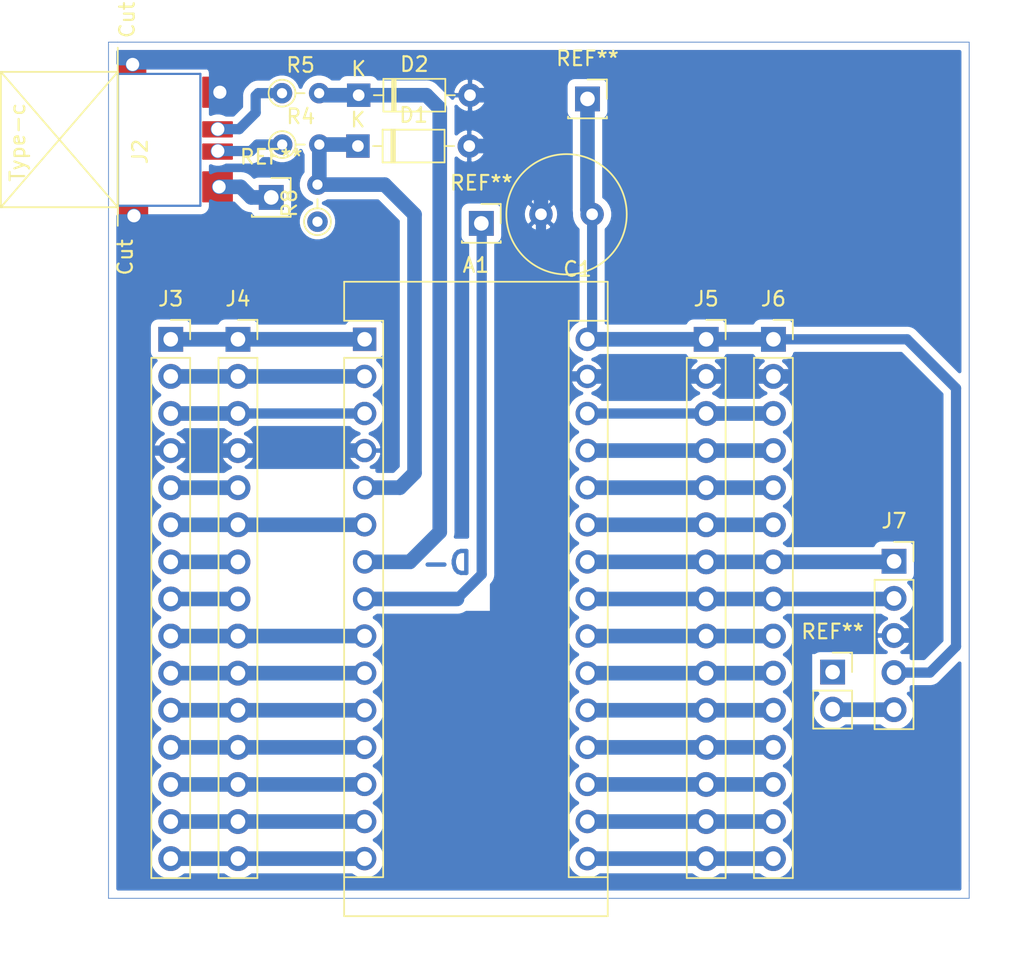
<source format=kicad_pcb>
(kicad_pcb (version 20171130) (host pcbnew "(5.1.10)-1")

  (general
    (thickness 1.6)
    (drawings 11)
    (tracks 140)
    (zones 0)
    (modules 17)
    (nets 34)
  )

  (page A4)
  (layers
    (0 F.Cu signal)
    (31 B.Cu signal)
    (32 B.Adhes user)
    (33 F.Adhes user)
    (34 B.Paste user)
    (35 F.Paste user)
    (36 B.SilkS user)
    (37 F.SilkS user)
    (38 B.Mask user)
    (39 F.Mask user)
    (40 Dwgs.User user)
    (41 Cmts.User user)
    (42 Eco1.User user)
    (43 Eco2.User user)
    (44 Edge.Cuts user)
    (45 Margin user)
    (46 B.CrtYd user)
    (47 F.CrtYd user)
    (48 B.Fab user)
    (49 F.Fab user)
  )

  (setup
    (last_trace_width 1)
    (trace_clearance 0.2)
    (zone_clearance 0.508)
    (zone_45_only no)
    (trace_min 0.2)
    (via_size 1)
    (via_drill 0.9)
    (via_min_size 0.4)
    (via_min_drill 0.3)
    (uvia_size 0.3)
    (uvia_drill 0.1)
    (uvias_allowed no)
    (uvia_min_size 0.2)
    (uvia_min_drill 0.1)
    (edge_width 0.05)
    (segment_width 0.2)
    (pcb_text_width 0.3)
    (pcb_text_size 1.5 1.5)
    (mod_edge_width 0.12)
    (mod_text_size 1 1)
    (mod_text_width 0.15)
    (pad_size 1.7 1.7)
    (pad_drill 1)
    (pad_to_mask_clearance 0)
    (aux_axis_origin 0 0)
    (visible_elements 7FFFFFFF)
    (pcbplotparams
      (layerselection 0x00000_fffffffe)
      (usegerberextensions false)
      (usegerberattributes true)
      (usegerberadvancedattributes true)
      (creategerberjobfile true)
      (excludeedgelayer true)
      (linewidth 0.100000)
      (plotframeref false)
      (viasonmask false)
      (mode 1)
      (useauxorigin false)
      (hpglpennumber 1)
      (hpglpenspeed 20)
      (hpglpendiameter 15.000000)
      (psnegative false)
      (psa4output false)
      (plotreference true)
      (plotvalue true)
      (plotinvisibletext false)
      (padsonsilk false)
      (subtractmaskfromsilk false)
      (outputformat 5)
      (mirror false)
      (drillshape 1)
      (scaleselection 1)
      (outputdirectory "./"))
  )

  (net 0 "")
  (net 1 /U_vcc)
  (net 2 GND)
  (net 3 /D_pullup)
  (net 4 /D-)
  (net 5 /D+)
  (net 6 "Net-(J2-Pad2)")
  (net 7 "Net-(J2-Pad3)")
  (net 8 "Net-(A1-Pad27)")
  (net 9 "Net-(A1-Pad16)")
  (net 10 "Net-(A1-Pad15)")
  (net 11 "Net-(A1-Pad14)")
  (net 12 "Net-(A1-Pad13)")
  (net 13 "Net-(A1-Pad28)")
  (net 14 "Net-(A1-Pad12)")
  (net 15 "Net-(A1-Pad11)")
  (net 16 "Net-(A1-Pad26)")
  (net 17 "Net-(A1-Pad10)")
  (net 18 "Net-(A1-Pad25)")
  (net 19 "Net-(A1-Pad9)")
  (net 20 "Net-(A1-Pad24)")
  (net 21 "Net-(A1-Pad23)")
  (net 22 "Net-(A1-Pad22)")
  (net 23 "Net-(A1-Pad6)")
  (net 24 "Net-(A1-Pad21)")
  (net 25 "Net-(A1-Pad20)")
  (net 26 "Net-(A1-Pad19)")
  (net 27 "Net-(A1-Pad18)")
  (net 28 "Net-(A1-Pad2)")
  (net 29 "Net-(A1-Pad17)")
  (net 30 "Net-(A1-Pad1)")
  (net 31 "Net-(J3-Pad8)")
  (net 32 "Net-(J3-Pad7)")
  (net 33 "Net-(J3-Pad5)")

  (net_class Default "This is the default net class."
    (clearance 0.2)
    (trace_width 1)
    (via_dia 1)
    (via_drill 0.9)
    (uvia_dia 0.3)
    (uvia_drill 0.1)
    (add_net /D+)
    (add_net /D-)
    (add_net /D_pullup)
    (add_net /U_vcc)
    (add_net GND)
    (add_net "Net-(A1-Pad1)")
    (add_net "Net-(A1-Pad10)")
    (add_net "Net-(A1-Pad11)")
    (add_net "Net-(A1-Pad12)")
    (add_net "Net-(A1-Pad13)")
    (add_net "Net-(A1-Pad14)")
    (add_net "Net-(A1-Pad15)")
    (add_net "Net-(A1-Pad16)")
    (add_net "Net-(A1-Pad17)")
    (add_net "Net-(A1-Pad18)")
    (add_net "Net-(A1-Pad19)")
    (add_net "Net-(A1-Pad2)")
    (add_net "Net-(A1-Pad20)")
    (add_net "Net-(A1-Pad21)")
    (add_net "Net-(A1-Pad22)")
    (add_net "Net-(A1-Pad23)")
    (add_net "Net-(A1-Pad24)")
    (add_net "Net-(A1-Pad25)")
    (add_net "Net-(A1-Pad26)")
    (add_net "Net-(A1-Pad27)")
    (add_net "Net-(A1-Pad28)")
    (add_net "Net-(A1-Pad6)")
    (add_net "Net-(A1-Pad9)")
    (add_net "Net-(J2-Pad2)")
    (add_net "Net-(J2-Pad3)")
    (add_net "Net-(J3-Pad5)")
    (add_net "Net-(J3-Pad7)")
    (add_net "Net-(J3-Pad8)")
  )

  (module Connector_PinSocket_2.54mm:PinSocket_1x02_P2.54mm_Vertical (layer F.Cu) (tedit 61AD0146) (tstamp 61AD9E91)
    (at 83.3374 78.1558)
    (descr "Through hole straight socket strip, 1x02, 2.54mm pitch, single row (from Kicad 4.0.7), script generated")
    (tags "Through hole socket strip THT 1x02 2.54mm single row")
    (fp_text reference REF** (at 0 -2.77) (layer F.SilkS)
      (effects (font (size 1 1) (thickness 0.15)))
    )
    (fp_text value PinSocket_1x02_P2.54mm_Vertical (at 0 5.31) (layer F.Fab)
      (effects (font (size 1 1) (thickness 0.15)))
    )
    (fp_line (start -1.8 4.3) (end -1.8 -1.8) (layer F.CrtYd) (width 0.05))
    (fp_line (start 1.75 4.3) (end -1.8 4.3) (layer F.CrtYd) (width 0.05))
    (fp_line (start 1.75 -1.8) (end 1.75 4.3) (layer F.CrtYd) (width 0.05))
    (fp_line (start -1.8 -1.8) (end 1.75 -1.8) (layer F.CrtYd) (width 0.05))
    (fp_line (start 0 -1.33) (end 1.33 -1.33) (layer F.SilkS) (width 0.12))
    (fp_line (start 1.33 -1.33) (end 1.33 0) (layer F.SilkS) (width 0.12))
    (fp_line (start 1.33 1.27) (end 1.33 3.87) (layer F.SilkS) (width 0.12))
    (fp_line (start -1.33 3.87) (end 1.33 3.87) (layer F.SilkS) (width 0.12))
    (fp_line (start -1.33 1.27) (end -1.33 3.87) (layer F.SilkS) (width 0.12))
    (fp_line (start -1.33 1.27) (end 1.33 1.27) (layer F.SilkS) (width 0.12))
    (fp_line (start -1.27 3.81) (end -1.27 -1.27) (layer F.Fab) (width 0.1))
    (fp_line (start 1.27 3.81) (end -1.27 3.81) (layer F.Fab) (width 0.1))
    (fp_line (start 1.27 -0.635) (end 1.27 3.81) (layer F.Fab) (width 0.1))
    (fp_line (start 0.635 -1.27) (end 1.27 -0.635) (layer F.Fab) (width 0.1))
    (fp_line (start -1.27 -1.27) (end 0.635 -1.27) (layer F.Fab) (width 0.1))
    (fp_text user %R (at 0 1.27 90) (layer F.Fab)
      (effects (font (size 1 1) (thickness 0.15)))
    )
    (pad 2 thru_hole oval (at 0 2.54) (size 1.7 1.7) (drill 1) (layers *.Cu *.Mask))
    (pad 1 thru_hole rect (at 0 0) (size 1.7 1.7) (drill 1) (layers *.Cu *.Mask)
      (net 8 "Net-(A1-Pad27)"))
    (model ${KISYS3DMOD}/Connector_PinSocket_2.54mm.3dshapes/PinSocket_1x02_P2.54mm_Vertical.wrl
      (at (xyz 0 0 0))
      (scale (xyz 1 1 1))
      (rotate (xyz 0 0 0))
    )
  )

  (module Connector_PinSocket_2.54mm:PinSocket_1x01_P2.54mm_Vertical (layer F.Cu) (tedit 61AD0094) (tstamp 61AD9AA3)
    (at 44.9199 45.6565)
    (descr "Through hole straight socket strip, 1x01, 2.54mm pitch, single row (from Kicad 4.0.7), script generated")
    (tags "Through hole socket strip THT 1x01 2.54mm single row")
    (fp_text reference REF** (at 0 -2.77) (layer F.SilkS)
      (effects (font (size 1 1) (thickness 0.15)))
    )
    (fp_text value PinSocket_1x01_P2.54mm_Vertical (at 0 2.77) (layer F.Fab)
      (effects (font (size 1 1) (thickness 0.15)))
    )
    (fp_line (start -1.8 1.75) (end -1.8 -1.8) (layer F.CrtYd) (width 0.05))
    (fp_line (start 1.75 1.75) (end -1.8 1.75) (layer F.CrtYd) (width 0.05))
    (fp_line (start 1.75 -1.8) (end 1.75 1.75) (layer F.CrtYd) (width 0.05))
    (fp_line (start -1.8 -1.8) (end 1.75 -1.8) (layer F.CrtYd) (width 0.05))
    (fp_line (start 0 -1.33) (end 1.33 -1.33) (layer F.SilkS) (width 0.12))
    (fp_line (start 1.33 -1.33) (end 1.33 0) (layer F.SilkS) (width 0.12))
    (fp_line (start 1.33 1.21) (end 1.33 1.33) (layer F.SilkS) (width 0.12))
    (fp_line (start -1.33 1.21) (end -1.33 1.33) (layer F.SilkS) (width 0.12))
    (fp_line (start -1.33 1.33) (end 1.33 1.33) (layer F.SilkS) (width 0.12))
    (fp_line (start -1.27 1.27) (end -1.27 -1.27) (layer F.Fab) (width 0.1))
    (fp_line (start 1.27 1.27) (end -1.27 1.27) (layer F.Fab) (width 0.1))
    (fp_line (start 1.27 -0.635) (end 1.27 1.27) (layer F.Fab) (width 0.1))
    (fp_line (start 0.635 -1.27) (end 1.27 -0.635) (layer F.Fab) (width 0.1))
    (fp_line (start -1.27 -1.27) (end 0.635 -1.27) (layer F.Fab) (width 0.1))
    (fp_text user %R (at 0 0) (layer F.Fab)
      (effects (font (size 1 1) (thickness 0.15)))
    )
    (pad 1 thru_hole rect (at 0 0) (size 1.7 1.7) (drill 1) (layers *.Cu *.Mask)
      (net 1 /U_vcc))
    (model ${KISYS3DMOD}/Connector_PinSocket_2.54mm.3dshapes/PinSocket_1x01_P2.54mm_Vertical.wrl
      (at (xyz 0 0 0))
      (scale (xyz 1 1 1))
      (rotate (xyz 0 0 0))
    )
  )

  (module Capacitor_THT:C_Radial_D8.0mm_H7.0mm_P3.50mm (layer F.Cu) (tedit 5BC5C9B9) (tstamp 61AD5BA7)
    (at 66.8782 46.8122 180)
    (descr "C, Radial series, Radial, pin pitch=3.50mm, diameter=8mm, height=7mm, Non-Polar Electrolytic Capacitor")
    (tags "C Radial series Radial pin pitch 3.50mm diameter 8mm height 7mm Non-Polar Electrolytic Capacitor")
    (path /6183595C)
    (fp_text reference C1 (at 1 -3.75) (layer F.SilkS)
      (effects (font (size 1 1) (thickness 0.15)))
    )
    (fp_text value "100uF 5X11" (at 1 3.75) (layer F.Fab)
      (effects (font (size 1 1) (thickness 0.15)))
    )
    (fp_circle (center 1.75 0) (end 6 0) (layer F.CrtYd) (width 0.05))
    (fp_circle (center 1.75 0) (end 5.87 0) (layer F.SilkS) (width 0.12))
    (fp_circle (center 1.75 0) (end 5.75 0) (layer F.Fab) (width 0.1))
    (fp_text user %R (at 1 0) (layer F.Fab)
      (effects (font (size 1 1) (thickness 0.15)))
    )
    (pad 2 thru_hole circle (at 3.5 0 180) (size 1.6 1.6) (drill 0.8) (layers *.Cu *.Mask)
      (net 2 GND))
    (pad 1 thru_hole circle (at 0 0 180) (size 1.6 1.6) (drill 0.8) (layers *.Cu *.Mask)
      (net 1 /U_vcc))
    (model ${KISYS3DMOD}/Capacitor_THT.3dshapes/C_Radial_D8.0mm_H7.0mm_P3.50mm.wrl
      (at (xyz 0 0 0))
      (scale (xyz 1 1 1))
      (rotate (xyz 0 0 0))
    )
  )

  (module Connector_PinSocket_2.54mm:PinSocket_1x01_P2.54mm_Vertical (layer F.Cu) (tedit 61AD0043) (tstamp 61AD998E)
    (at 66.5607 38.9128)
    (descr "Through hole straight socket strip, 1x01, 2.54mm pitch, single row (from Kicad 4.0.7), script generated")
    (tags "Through hole socket strip THT 1x01 2.54mm single row")
    (fp_text reference REF** (at 0 -2.77) (layer F.SilkS)
      (effects (font (size 1 1) (thickness 0.15)))
    )
    (fp_text value PinSocket_1x01_P2.54mm_Vertical (at 0 2.77) (layer F.Fab)
      (effects (font (size 1 1) (thickness 0.15)))
    )
    (fp_line (start -1.8 1.75) (end -1.8 -1.8) (layer F.CrtYd) (width 0.05))
    (fp_line (start 1.75 1.75) (end -1.8 1.75) (layer F.CrtYd) (width 0.05))
    (fp_line (start 1.75 -1.8) (end 1.75 1.75) (layer F.CrtYd) (width 0.05))
    (fp_line (start -1.8 -1.8) (end 1.75 -1.8) (layer F.CrtYd) (width 0.05))
    (fp_line (start 0 -1.33) (end 1.33 -1.33) (layer F.SilkS) (width 0.12))
    (fp_line (start 1.33 -1.33) (end 1.33 0) (layer F.SilkS) (width 0.12))
    (fp_line (start 1.33 1.21) (end 1.33 1.33) (layer F.SilkS) (width 0.12))
    (fp_line (start -1.33 1.21) (end -1.33 1.33) (layer F.SilkS) (width 0.12))
    (fp_line (start -1.33 1.33) (end 1.33 1.33) (layer F.SilkS) (width 0.12))
    (fp_line (start -1.27 1.27) (end -1.27 -1.27) (layer F.Fab) (width 0.1))
    (fp_line (start 1.27 1.27) (end -1.27 1.27) (layer F.Fab) (width 0.1))
    (fp_line (start 1.27 -0.635) (end 1.27 1.27) (layer F.Fab) (width 0.1))
    (fp_line (start 0.635 -1.27) (end 1.27 -0.635) (layer F.Fab) (width 0.1))
    (fp_line (start -1.27 -1.27) (end 0.635 -1.27) (layer F.Fab) (width 0.1))
    (fp_text user %R (at 0 0) (layer F.Fab)
      (effects (font (size 1 1) (thickness 0.15)))
    )
    (pad 1 thru_hole rect (at 0 0) (size 1.7 1.7) (drill 1) (layers *.Cu *.Mask)
      (net 1 /U_vcc))
    (model ${KISYS3DMOD}/Connector_PinSocket_2.54mm.3dshapes/PinSocket_1x01_P2.54mm_Vertical.wrl
      (at (xyz 0 0 0))
      (scale (xyz 1 1 1))
      (rotate (xyz 0 0 0))
    )
  )

  (module Connector_PinSocket_2.54mm:PinSocket_1x01_P2.54mm_Vertical (layer F.Cu) (tedit 61ACFFC3) (tstamp 61AD998B)
    (at 59.2963 47.4345)
    (descr "Through hole straight socket strip, 1x01, 2.54mm pitch, single row (from Kicad 4.0.7), script generated")
    (tags "Through hole socket strip THT 1x01 2.54mm single row")
    (fp_text reference REF** (at 0 -2.77) (layer F.SilkS)
      (effects (font (size 1 1) (thickness 0.15)))
    )
    (fp_text value PinSocket_1x01_P2.54mm_Vertical (at 0 2.77) (layer F.Fab)
      (effects (font (size 1 1) (thickness 0.15)))
    )
    (fp_line (start -1.8 1.75) (end -1.8 -1.8) (layer F.CrtYd) (width 0.05))
    (fp_line (start 1.75 1.75) (end -1.8 1.75) (layer F.CrtYd) (width 0.05))
    (fp_line (start 1.75 -1.8) (end 1.75 1.75) (layer F.CrtYd) (width 0.05))
    (fp_line (start -1.8 -1.8) (end 1.75 -1.8) (layer F.CrtYd) (width 0.05))
    (fp_line (start 0 -1.33) (end 1.33 -1.33) (layer F.SilkS) (width 0.12))
    (fp_line (start 1.33 -1.33) (end 1.33 0) (layer F.SilkS) (width 0.12))
    (fp_line (start 1.33 1.21) (end 1.33 1.33) (layer F.SilkS) (width 0.12))
    (fp_line (start -1.33 1.21) (end -1.33 1.33) (layer F.SilkS) (width 0.12))
    (fp_line (start -1.33 1.33) (end 1.33 1.33) (layer F.SilkS) (width 0.12))
    (fp_line (start -1.27 1.27) (end -1.27 -1.27) (layer F.Fab) (width 0.1))
    (fp_line (start 1.27 1.27) (end -1.27 1.27) (layer F.Fab) (width 0.1))
    (fp_line (start 1.27 -0.635) (end 1.27 1.27) (layer F.Fab) (width 0.1))
    (fp_line (start 0.635 -1.27) (end 1.27 -0.635) (layer F.Fab) (width 0.1))
    (fp_line (start -1.27 -1.27) (end 0.635 -1.27) (layer F.Fab) (width 0.1))
    (fp_text user %R (at 0 0) (layer F.Fab)
      (effects (font (size 1 1) (thickness 0.15)))
    )
    (pad 1 thru_hole rect (at 0 0) (size 1.7 1.7) (drill 1) (layers *.Cu *.Mask)
      (net 3 /D_pullup))
    (model ${KISYS3DMOD}/Connector_PinSocket_2.54mm.3dshapes/PinSocket_1x01_P2.54mm_Vertical.wrl
      (at (xyz 0 0 0))
      (scale (xyz 1 1 1))
      (rotate (xyz 0 0 0))
    )
  )

  (module Connector_PinSocket_2.54mm:PinSocket_1x05_P2.54mm_Vertical (layer F.Cu) (tedit 61AD00EF) (tstamp 61AD7718)
    (at 87.5411 70.5739)
    (descr "Through hole straight socket strip, 1x05, 2.54mm pitch, single row (from Kicad 4.0.7), script generated")
    (tags "Through hole socket strip THT 1x05 2.54mm single row")
    (path /61BD931C)
    (fp_text reference J7 (at 0 -2.77) (layer F.SilkS)
      (effects (font (size 1 1) (thickness 0.15)))
    )
    (fp_text value Conn_01x05_Female (at 0 12.93) (layer F.Fab)
      (effects (font (size 1 1) (thickness 0.15)))
    )
    (fp_line (start -1.8 11.9) (end -1.8 -1.8) (layer F.CrtYd) (width 0.05))
    (fp_line (start 1.75 11.9) (end -1.8 11.9) (layer F.CrtYd) (width 0.05))
    (fp_line (start 1.75 -1.8) (end 1.75 11.9) (layer F.CrtYd) (width 0.05))
    (fp_line (start -1.8 -1.8) (end 1.75 -1.8) (layer F.CrtYd) (width 0.05))
    (fp_line (start 0 -1.33) (end 1.33 -1.33) (layer F.SilkS) (width 0.12))
    (fp_line (start 1.33 -1.33) (end 1.33 0) (layer F.SilkS) (width 0.12))
    (fp_line (start 1.33 1.27) (end 1.33 11.49) (layer F.SilkS) (width 0.12))
    (fp_line (start -1.33 11.49) (end 1.33 11.49) (layer F.SilkS) (width 0.12))
    (fp_line (start -1.33 1.27) (end -1.33 11.49) (layer F.SilkS) (width 0.12))
    (fp_line (start -1.33 1.27) (end 1.33 1.27) (layer F.SilkS) (width 0.12))
    (fp_line (start -1.27 11.43) (end -1.27 -1.27) (layer F.Fab) (width 0.1))
    (fp_line (start 1.27 11.43) (end -1.27 11.43) (layer F.Fab) (width 0.1))
    (fp_line (start 1.27 -0.635) (end 1.27 11.43) (layer F.Fab) (width 0.1))
    (fp_line (start 0.635 -1.27) (end 1.27 -0.635) (layer F.Fab) (width 0.1))
    (fp_line (start -1.27 -1.27) (end 0.635 -1.27) (layer F.Fab) (width 0.1))
    (fp_text user %R (at 0 5.08 90) (layer F.Fab)
      (effects (font (size 1 1) (thickness 0.15)))
    )
    (pad 5 thru_hole oval (at 0 10.16) (size 1.7 1.7) (drill 1) (layers *.Cu *.Mask))
    (pad 4 thru_hole oval (at 0 7.62) (size 1.7 1.7) (drill 1) (layers *.Cu *.Mask)
      (net 8 "Net-(A1-Pad27)"))
    (pad 3 thru_hole oval (at 0 5.08) (size 1.7 1.7) (drill 1) (layers *.Cu *.Mask)
      (net 2 GND))
    (pad 2 thru_hole oval (at 0 2.54) (size 1.7 1.7) (drill 1) (layers *.Cu *.Mask)
      (net 21 "Net-(A1-Pad23)"))
    (pad 1 thru_hole rect (at 0 0) (size 1.7 1.7) (drill 1) (layers *.Cu *.Mask)
      (net 20 "Net-(A1-Pad24)"))
    (model ${KISYS3DMOD}/Connector_PinSocket_2.54mm.3dshapes/PinSocket_1x05_P2.54mm_Vertical.wrl
      (at (xyz 0 0 0))
      (scale (xyz 1 1 1))
      (rotate (xyz 0 0 0))
    )
  )

  (module Resistor_THT:R_Axial_DIN0204_L3.6mm_D1.6mm_P2.54mm_Vertical (layer F.Cu) (tedit 5AE5139B) (tstamp 61AD5CD0)
    (at 48.0822 47.3202 90)
    (descr "Resistor, Axial_DIN0204 series, Axial, Vertical, pin pitch=2.54mm, 0.167W, length*diameter=3.6*1.6mm^2, http://cdn-reichelt.de/documents/datenblatt/B400/1_4W%23YAG.pdf")
    (tags "Resistor Axial_DIN0204 series Axial Vertical pin pitch 2.54mm 0.167W length 3.6mm diameter 1.6mm")
    (path /6192F4FE)
    (fp_text reference R8 (at 1.27 -1.92 90) (layer F.SilkS)
      (effects (font (size 1 1) (thickness 0.15)))
    )
    (fp_text value 2.2k (at 1.27 1.92 90) (layer F.Fab)
      (effects (font (size 1 1) (thickness 0.15)))
    )
    (fp_line (start 3.49 -1.05) (end -1.05 -1.05) (layer F.CrtYd) (width 0.05))
    (fp_line (start 3.49 1.05) (end 3.49 -1.05) (layer F.CrtYd) (width 0.05))
    (fp_line (start -1.05 1.05) (end 3.49 1.05) (layer F.CrtYd) (width 0.05))
    (fp_line (start -1.05 -1.05) (end -1.05 1.05) (layer F.CrtYd) (width 0.05))
    (fp_line (start 0.92 0) (end 1.54 0) (layer F.SilkS) (width 0.12))
    (fp_line (start 0 0) (end 2.54 0) (layer F.Fab) (width 0.1))
    (fp_circle (center 0 0) (end 0.92 0) (layer F.SilkS) (width 0.12))
    (fp_circle (center 0 0) (end 0.8 0) (layer F.Fab) (width 0.1))
    (fp_text user %R (at 1.27 -1.92 90) (layer F.Fab)
      (effects (font (size 1 1) (thickness 0.15)))
    )
    (pad 2 thru_hole oval (at 2.54 0 90) (size 1.4 1.4) (drill 0.7) (layers *.Cu *.Mask)
      (net 4 /D-))
    (pad 1 thru_hole circle (at 0 0 90) (size 1.4 1.4) (drill 0.7) (layers *.Cu *.Mask)
      (net 3 /D_pullup))
    (model ${KISYS3DMOD}/Resistor_THT.3dshapes/R_Axial_DIN0204_L3.6mm_D1.6mm_P2.54mm_Vertical.wrl
      (at (xyz 0 0 0))
      (scale (xyz 1 1 1))
      (rotate (xyz 0 0 0))
    )
  )

  (module Resistor_THT:R_Axial_DIN0204_L3.6mm_D1.6mm_P2.54mm_Vertical (layer F.Cu) (tedit 5AE5139B) (tstamp 61AD5CC1)
    (at 45.6565 38.5191)
    (descr "Resistor, Axial_DIN0204 series, Axial, Vertical, pin pitch=2.54mm, 0.167W, length*diameter=3.6*1.6mm^2, http://cdn-reichelt.de/documents/datenblatt/B400/1_4W%23YAG.pdf")
    (tags "Resistor Axial_DIN0204 series Axial Vertical pin pitch 2.54mm 0.167W length 3.6mm diameter 1.6mm")
    (path /6192F50C)
    (fp_text reference R5 (at 1.27 -1.92) (layer F.SilkS)
      (effects (font (size 1 1) (thickness 0.15)))
    )
    (fp_text value 68 (at 1.27 1.92) (layer F.Fab)
      (effects (font (size 1 1) (thickness 0.15)))
    )
    (fp_line (start 3.49 -1.05) (end -1.05 -1.05) (layer F.CrtYd) (width 0.05))
    (fp_line (start 3.49 1.05) (end 3.49 -1.05) (layer F.CrtYd) (width 0.05))
    (fp_line (start -1.05 1.05) (end 3.49 1.05) (layer F.CrtYd) (width 0.05))
    (fp_line (start -1.05 -1.05) (end -1.05 1.05) (layer F.CrtYd) (width 0.05))
    (fp_line (start 0.92 0) (end 1.54 0) (layer F.SilkS) (width 0.12))
    (fp_line (start 0 0) (end 2.54 0) (layer F.Fab) (width 0.1))
    (fp_circle (center 0 0) (end 0.92 0) (layer F.SilkS) (width 0.12))
    (fp_circle (center 0 0) (end 0.8 0) (layer F.Fab) (width 0.1))
    (fp_text user %R (at 1.27 -1.92) (layer F.Fab)
      (effects (font (size 1 1) (thickness 0.15)))
    )
    (pad 2 thru_hole oval (at 2.54 0) (size 1.4 1.4) (drill 0.7) (layers *.Cu *.Mask)
      (net 5 /D+))
    (pad 1 thru_hole circle (at 0 0) (size 1.4 1.4) (drill 0.7) (layers *.Cu *.Mask)
      (net 7 "Net-(J2-Pad3)"))
    (model ${KISYS3DMOD}/Resistor_THT.3dshapes/R_Axial_DIN0204_L3.6mm_D1.6mm_P2.54mm_Vertical.wrl
      (at (xyz 0 0 0))
      (scale (xyz 1 1 1))
      (rotate (xyz 0 0 0))
    )
  )

  (module Resistor_THT:R_Axial_DIN0204_L3.6mm_D1.6mm_P2.54mm_Vertical (layer F.Cu) (tedit 5AE5139B) (tstamp 61AD5CB2)
    (at 45.6692 42.037)
    (descr "Resistor, Axial_DIN0204 series, Axial, Vertical, pin pitch=2.54mm, 0.167W, length*diameter=3.6*1.6mm^2, http://cdn-reichelt.de/documents/datenblatt/B400/1_4W%23YAG.pdf")
    (tags "Resistor Axial_DIN0204 series Axial Vertical pin pitch 2.54mm 0.167W length 3.6mm diameter 1.6mm")
    (path /6192F506)
    (fp_text reference R4 (at 1.27 -1.92) (layer F.SilkS)
      (effects (font (size 1 1) (thickness 0.15)))
    )
    (fp_text value 68 (at 1.27 1.92) (layer F.Fab)
      (effects (font (size 1 1) (thickness 0.15)))
    )
    (fp_line (start 3.49 -1.05) (end -1.05 -1.05) (layer F.CrtYd) (width 0.05))
    (fp_line (start 3.49 1.05) (end 3.49 -1.05) (layer F.CrtYd) (width 0.05))
    (fp_line (start -1.05 1.05) (end 3.49 1.05) (layer F.CrtYd) (width 0.05))
    (fp_line (start -1.05 -1.05) (end -1.05 1.05) (layer F.CrtYd) (width 0.05))
    (fp_line (start 0.92 0) (end 1.54 0) (layer F.SilkS) (width 0.12))
    (fp_line (start 0 0) (end 2.54 0) (layer F.Fab) (width 0.1))
    (fp_circle (center 0 0) (end 0.92 0) (layer F.SilkS) (width 0.12))
    (fp_circle (center 0 0) (end 0.8 0) (layer F.Fab) (width 0.1))
    (fp_text user %R (at 1.27 -1.92) (layer F.Fab)
      (effects (font (size 1 1) (thickness 0.15)))
    )
    (pad 2 thru_hole oval (at 2.54 0) (size 1.4 1.4) (drill 0.7) (layers *.Cu *.Mask)
      (net 4 /D-))
    (pad 1 thru_hole circle (at 0 0) (size 1.4 1.4) (drill 0.7) (layers *.Cu *.Mask)
      (net 6 "Net-(J2-Pad2)"))
    (model ${KISYS3DMOD}/Resistor_THT.3dshapes/R_Axial_DIN0204_L3.6mm_D1.6mm_P2.54mm_Vertical.wrl
      (at (xyz 0 0 0))
      (scale (xyz 1 1 1))
      (rotate (xyz 0 0 0))
    )
  )

  (module Connector_PinSocket_2.54mm:PinSocket_1x15_P2.54mm_Vertical (layer F.Cu) (tedit 5A19A41D) (tstamp 61AD5CA3)
    (at 79.2851 55.3726)
    (descr "Through hole straight socket strip, 1x15, 2.54mm pitch, single row (from Kicad 4.0.7), script generated")
    (tags "Through hole socket strip THT 1x15 2.54mm single row")
    (path /61B368CD)
    (fp_text reference J6 (at 0 -2.77) (layer F.SilkS)
      (effects (font (size 1 1) (thickness 0.15)))
    )
    (fp_text value Conn_01x15_Male (at 0 38.33) (layer F.Fab)
      (effects (font (size 1 1) (thickness 0.15)))
    )
    (fp_line (start -1.8 37.3) (end -1.8 -1.8) (layer F.CrtYd) (width 0.05))
    (fp_line (start 1.75 37.3) (end -1.8 37.3) (layer F.CrtYd) (width 0.05))
    (fp_line (start 1.75 -1.8) (end 1.75 37.3) (layer F.CrtYd) (width 0.05))
    (fp_line (start -1.8 -1.8) (end 1.75 -1.8) (layer F.CrtYd) (width 0.05))
    (fp_line (start 0 -1.33) (end 1.33 -1.33) (layer F.SilkS) (width 0.12))
    (fp_line (start 1.33 -1.33) (end 1.33 0) (layer F.SilkS) (width 0.12))
    (fp_line (start 1.33 1.27) (end 1.33 36.89) (layer F.SilkS) (width 0.12))
    (fp_line (start -1.33 36.89) (end 1.33 36.89) (layer F.SilkS) (width 0.12))
    (fp_line (start -1.33 1.27) (end -1.33 36.89) (layer F.SilkS) (width 0.12))
    (fp_line (start -1.33 1.27) (end 1.33 1.27) (layer F.SilkS) (width 0.12))
    (fp_line (start -1.27 36.83) (end -1.27 -1.27) (layer F.Fab) (width 0.1))
    (fp_line (start 1.27 36.83) (end -1.27 36.83) (layer F.Fab) (width 0.1))
    (fp_line (start 1.27 -0.635) (end 1.27 36.83) (layer F.Fab) (width 0.1))
    (fp_line (start 0.635 -1.27) (end 1.27 -0.635) (layer F.Fab) (width 0.1))
    (fp_line (start -1.27 -1.27) (end 0.635 -1.27) (layer F.Fab) (width 0.1))
    (fp_text user %R (at 0 17.78 90) (layer F.Fab)
      (effects (font (size 1 1) (thickness 0.15)))
    )
    (pad 15 thru_hole oval (at 0 35.56) (size 1.7 1.7) (drill 1) (layers *.Cu *.Mask)
      (net 9 "Net-(A1-Pad16)"))
    (pad 14 thru_hole oval (at 0 33.02) (size 1.7 1.7) (drill 1) (layers *.Cu *.Mask)
      (net 29 "Net-(A1-Pad17)"))
    (pad 13 thru_hole oval (at 0 30.48) (size 1.7 1.7) (drill 1) (layers *.Cu *.Mask)
      (net 27 "Net-(A1-Pad18)"))
    (pad 12 thru_hole oval (at 0 27.94) (size 1.7 1.7) (drill 1) (layers *.Cu *.Mask)
      (net 26 "Net-(A1-Pad19)"))
    (pad 11 thru_hole oval (at 0 25.4) (size 1.7 1.7) (drill 1) (layers *.Cu *.Mask)
      (net 25 "Net-(A1-Pad20)"))
    (pad 10 thru_hole oval (at 0 22.86) (size 1.7 1.7) (drill 1) (layers *.Cu *.Mask)
      (net 24 "Net-(A1-Pad21)"))
    (pad 9 thru_hole oval (at 0 20.32) (size 1.7 1.7) (drill 1) (layers *.Cu *.Mask)
      (net 22 "Net-(A1-Pad22)"))
    (pad 8 thru_hole oval (at 0 17.78) (size 1.7 1.7) (drill 1) (layers *.Cu *.Mask)
      (net 21 "Net-(A1-Pad23)"))
    (pad 7 thru_hole oval (at 0 15.24) (size 1.7 1.7) (drill 1) (layers *.Cu *.Mask)
      (net 20 "Net-(A1-Pad24)"))
    (pad 6 thru_hole oval (at 0 12.7) (size 1.7 1.7) (drill 1) (layers *.Cu *.Mask)
      (net 18 "Net-(A1-Pad25)"))
    (pad 5 thru_hole oval (at 0 10.16) (size 1.7 1.7) (drill 1) (layers *.Cu *.Mask)
      (net 16 "Net-(A1-Pad26)"))
    (pad 4 thru_hole oval (at 0 7.62) (size 1.7 1.7) (drill 1) (layers *.Cu *.Mask)
      (net 8 "Net-(A1-Pad27)"))
    (pad 3 thru_hole oval (at 0 5.08) (size 1.7 1.7) (drill 1) (layers *.Cu *.Mask)
      (net 13 "Net-(A1-Pad28)"))
    (pad 2 thru_hole oval (at 0 2.54) (size 1.7 1.7) (drill 1) (layers *.Cu *.Mask)
      (net 2 GND))
    (pad 1 thru_hole rect (at 0 0) (size 1.7 1.7) (drill 1) (layers *.Cu *.Mask)
      (net 1 /U_vcc))
    (model ${KISYS3DMOD}/Connector_PinSocket_2.54mm.3dshapes/PinSocket_1x15_P2.54mm_Vertical.wrl
      (at (xyz 0 0 0))
      (scale (xyz 1 1 1))
      (rotate (xyz 0 0 0))
    )
  )

  (module Connector_PinSocket_2.54mm:PinSocket_1x15_P2.54mm_Vertical (layer F.Cu) (tedit 5A19A41D) (tstamp 61AD5C80)
    (at 74.6851 55.3726)
    (descr "Through hole straight socket strip, 1x15, 2.54mm pitch, single row (from Kicad 4.0.7), script generated")
    (tags "Through hole socket strip THT 1x15 2.54mm single row")
    (path /61B368C7)
    (fp_text reference J5 (at 0 -2.77) (layer F.SilkS)
      (effects (font (size 1 1) (thickness 0.15)))
    )
    (fp_text value Conn_01x15_Female (at 0 38.33) (layer F.Fab)
      (effects (font (size 1 1) (thickness 0.15)))
    )
    (fp_line (start -1.8 37.3) (end -1.8 -1.8) (layer F.CrtYd) (width 0.05))
    (fp_line (start 1.75 37.3) (end -1.8 37.3) (layer F.CrtYd) (width 0.05))
    (fp_line (start 1.75 -1.8) (end 1.75 37.3) (layer F.CrtYd) (width 0.05))
    (fp_line (start -1.8 -1.8) (end 1.75 -1.8) (layer F.CrtYd) (width 0.05))
    (fp_line (start 0 -1.33) (end 1.33 -1.33) (layer F.SilkS) (width 0.12))
    (fp_line (start 1.33 -1.33) (end 1.33 0) (layer F.SilkS) (width 0.12))
    (fp_line (start 1.33 1.27) (end 1.33 36.89) (layer F.SilkS) (width 0.12))
    (fp_line (start -1.33 36.89) (end 1.33 36.89) (layer F.SilkS) (width 0.12))
    (fp_line (start -1.33 1.27) (end -1.33 36.89) (layer F.SilkS) (width 0.12))
    (fp_line (start -1.33 1.27) (end 1.33 1.27) (layer F.SilkS) (width 0.12))
    (fp_line (start -1.27 36.83) (end -1.27 -1.27) (layer F.Fab) (width 0.1))
    (fp_line (start 1.27 36.83) (end -1.27 36.83) (layer F.Fab) (width 0.1))
    (fp_line (start 1.27 -0.635) (end 1.27 36.83) (layer F.Fab) (width 0.1))
    (fp_line (start 0.635 -1.27) (end 1.27 -0.635) (layer F.Fab) (width 0.1))
    (fp_line (start -1.27 -1.27) (end 0.635 -1.27) (layer F.Fab) (width 0.1))
    (fp_text user %R (at 0 17.78 90) (layer F.Fab)
      (effects (font (size 1 1) (thickness 0.15)))
    )
    (pad 15 thru_hole oval (at 0 35.56) (size 1.7 1.7) (drill 1) (layers *.Cu *.Mask)
      (net 9 "Net-(A1-Pad16)"))
    (pad 14 thru_hole oval (at 0 33.02) (size 1.7 1.7) (drill 1) (layers *.Cu *.Mask)
      (net 29 "Net-(A1-Pad17)"))
    (pad 13 thru_hole oval (at 0 30.48) (size 1.7 1.7) (drill 1) (layers *.Cu *.Mask)
      (net 27 "Net-(A1-Pad18)"))
    (pad 12 thru_hole oval (at 0 27.94) (size 1.7 1.7) (drill 1) (layers *.Cu *.Mask)
      (net 26 "Net-(A1-Pad19)"))
    (pad 11 thru_hole oval (at 0 25.4) (size 1.7 1.7) (drill 1) (layers *.Cu *.Mask)
      (net 25 "Net-(A1-Pad20)"))
    (pad 10 thru_hole oval (at 0 22.86) (size 1.7 1.7) (drill 1) (layers *.Cu *.Mask)
      (net 24 "Net-(A1-Pad21)"))
    (pad 9 thru_hole oval (at 0 20.32) (size 1.7 1.7) (drill 1) (layers *.Cu *.Mask)
      (net 22 "Net-(A1-Pad22)"))
    (pad 8 thru_hole oval (at 0 17.78) (size 1.7 1.7) (drill 1) (layers *.Cu *.Mask)
      (net 21 "Net-(A1-Pad23)"))
    (pad 7 thru_hole oval (at 0 15.24) (size 1.7 1.7) (drill 1) (layers *.Cu *.Mask)
      (net 20 "Net-(A1-Pad24)"))
    (pad 6 thru_hole oval (at 0 12.7) (size 1.7 1.7) (drill 1) (layers *.Cu *.Mask)
      (net 18 "Net-(A1-Pad25)"))
    (pad 5 thru_hole oval (at 0 10.16) (size 1.7 1.7) (drill 1) (layers *.Cu *.Mask)
      (net 16 "Net-(A1-Pad26)"))
    (pad 4 thru_hole oval (at 0 7.62) (size 1.7 1.7) (drill 1) (layers *.Cu *.Mask)
      (net 8 "Net-(A1-Pad27)"))
    (pad 3 thru_hole oval (at 0 5.08) (size 1.7 1.7) (drill 1) (layers *.Cu *.Mask)
      (net 13 "Net-(A1-Pad28)"))
    (pad 2 thru_hole oval (at 0 2.54) (size 1.7 1.7) (drill 1) (layers *.Cu *.Mask)
      (net 2 GND))
    (pad 1 thru_hole rect (at 0 0) (size 1.7 1.7) (drill 1) (layers *.Cu *.Mask)
      (net 1 /U_vcc))
    (model ${KISYS3DMOD}/Connector_PinSocket_2.54mm.3dshapes/PinSocket_1x15_P2.54mm_Vertical.wrl
      (at (xyz 0 0 0))
      (scale (xyz 1 1 1))
      (rotate (xyz 0 0 0))
    )
  )

  (module Connector_PinSocket_2.54mm:PinSocket_1x15_P2.54mm_Vertical (layer F.Cu) (tedit 5A19A41D) (tstamp 61AD5C5D)
    (at 42.6404 55.3726)
    (descr "Through hole straight socket strip, 1x15, 2.54mm pitch, single row (from Kicad 4.0.7), script generated")
    (tags "Through hole socket strip THT 1x15 2.54mm single row")
    (path /61AF91EC)
    (fp_text reference J4 (at 0 -2.77) (layer F.SilkS)
      (effects (font (size 1 1) (thickness 0.15)))
    )
    (fp_text value Conn_01x15_Male (at 0 38.33) (layer F.Fab)
      (effects (font (size 1 1) (thickness 0.15)))
    )
    (fp_line (start -1.8 37.3) (end -1.8 -1.8) (layer F.CrtYd) (width 0.05))
    (fp_line (start 1.75 37.3) (end -1.8 37.3) (layer F.CrtYd) (width 0.05))
    (fp_line (start 1.75 -1.8) (end 1.75 37.3) (layer F.CrtYd) (width 0.05))
    (fp_line (start -1.8 -1.8) (end 1.75 -1.8) (layer F.CrtYd) (width 0.05))
    (fp_line (start 0 -1.33) (end 1.33 -1.33) (layer F.SilkS) (width 0.12))
    (fp_line (start 1.33 -1.33) (end 1.33 0) (layer F.SilkS) (width 0.12))
    (fp_line (start 1.33 1.27) (end 1.33 36.89) (layer F.SilkS) (width 0.12))
    (fp_line (start -1.33 36.89) (end 1.33 36.89) (layer F.SilkS) (width 0.12))
    (fp_line (start -1.33 1.27) (end -1.33 36.89) (layer F.SilkS) (width 0.12))
    (fp_line (start -1.33 1.27) (end 1.33 1.27) (layer F.SilkS) (width 0.12))
    (fp_line (start -1.27 36.83) (end -1.27 -1.27) (layer F.Fab) (width 0.1))
    (fp_line (start 1.27 36.83) (end -1.27 36.83) (layer F.Fab) (width 0.1))
    (fp_line (start 1.27 -0.635) (end 1.27 36.83) (layer F.Fab) (width 0.1))
    (fp_line (start 0.635 -1.27) (end 1.27 -0.635) (layer F.Fab) (width 0.1))
    (fp_line (start -1.27 -1.27) (end 0.635 -1.27) (layer F.Fab) (width 0.1))
    (fp_text user %R (at 0 17.78 90) (layer F.Fab)
      (effects (font (size 1 1) (thickness 0.15)))
    )
    (pad 15 thru_hole oval (at 0 35.56) (size 1.7 1.7) (drill 1) (layers *.Cu *.Mask)
      (net 10 "Net-(A1-Pad15)"))
    (pad 14 thru_hole oval (at 0 33.02) (size 1.7 1.7) (drill 1) (layers *.Cu *.Mask)
      (net 11 "Net-(A1-Pad14)"))
    (pad 13 thru_hole oval (at 0 30.48) (size 1.7 1.7) (drill 1) (layers *.Cu *.Mask)
      (net 12 "Net-(A1-Pad13)"))
    (pad 12 thru_hole oval (at 0 27.94) (size 1.7 1.7) (drill 1) (layers *.Cu *.Mask)
      (net 14 "Net-(A1-Pad12)"))
    (pad 11 thru_hole oval (at 0 25.4) (size 1.7 1.7) (drill 1) (layers *.Cu *.Mask)
      (net 15 "Net-(A1-Pad11)"))
    (pad 10 thru_hole oval (at 0 22.86) (size 1.7 1.7) (drill 1) (layers *.Cu *.Mask)
      (net 17 "Net-(A1-Pad10)"))
    (pad 9 thru_hole oval (at 0 20.32) (size 1.7 1.7) (drill 1) (layers *.Cu *.Mask)
      (net 19 "Net-(A1-Pad9)"))
    (pad 8 thru_hole oval (at 0 17.78) (size 1.7 1.7) (drill 1) (layers *.Cu *.Mask)
      (net 31 "Net-(J3-Pad8)"))
    (pad 7 thru_hole oval (at 0 15.24) (size 1.7 1.7) (drill 1) (layers *.Cu *.Mask)
      (net 32 "Net-(J3-Pad7)"))
    (pad 6 thru_hole oval (at 0 12.7) (size 1.7 1.7) (drill 1) (layers *.Cu *.Mask)
      (net 23 "Net-(A1-Pad6)"))
    (pad 5 thru_hole oval (at 0 10.16) (size 1.7 1.7) (drill 1) (layers *.Cu *.Mask)
      (net 33 "Net-(J3-Pad5)"))
    (pad 4 thru_hole oval (at 0 7.62) (size 1.7 1.7) (drill 1) (layers *.Cu *.Mask)
      (net 2 GND))
    (pad 3 thru_hole oval (at 0 5.08) (size 1.7 1.7) (drill 1) (layers *.Cu *.Mask)
      (net 13 "Net-(A1-Pad28)"))
    (pad 2 thru_hole oval (at 0 2.54) (size 1.7 1.7) (drill 1) (layers *.Cu *.Mask)
      (net 28 "Net-(A1-Pad2)"))
    (pad 1 thru_hole rect (at 0 0) (size 1.7 1.7) (drill 1) (layers *.Cu *.Mask)
      (net 30 "Net-(A1-Pad1)"))
    (model ${KISYS3DMOD}/Connector_PinSocket_2.54mm.3dshapes/PinSocket_1x15_P2.54mm_Vertical.wrl
      (at (xyz 0 0 0))
      (scale (xyz 1 1 1))
      (rotate (xyz 0 0 0))
    )
  )

  (module Connector_PinSocket_2.54mm:PinSocket_1x15_P2.54mm_Vertical (layer F.Cu) (tedit 5A19A41D) (tstamp 61AD5C3A)
    (at 38.0404 55.3726)
    (descr "Through hole straight socket strip, 1x15, 2.54mm pitch, single row (from Kicad 4.0.7), script generated")
    (tags "Through hole socket strip THT 1x15 2.54mm single row")
    (path /61AF5FA7)
    (fp_text reference J3 (at 0 -2.77) (layer F.SilkS)
      (effects (font (size 1 1) (thickness 0.15)))
    )
    (fp_text value Conn_01x15_Female (at 0 38.33) (layer F.Fab)
      (effects (font (size 1 1) (thickness 0.15)))
    )
    (fp_line (start -1.8 37.3) (end -1.8 -1.8) (layer F.CrtYd) (width 0.05))
    (fp_line (start 1.75 37.3) (end -1.8 37.3) (layer F.CrtYd) (width 0.05))
    (fp_line (start 1.75 -1.8) (end 1.75 37.3) (layer F.CrtYd) (width 0.05))
    (fp_line (start -1.8 -1.8) (end 1.75 -1.8) (layer F.CrtYd) (width 0.05))
    (fp_line (start 0 -1.33) (end 1.33 -1.33) (layer F.SilkS) (width 0.12))
    (fp_line (start 1.33 -1.33) (end 1.33 0) (layer F.SilkS) (width 0.12))
    (fp_line (start 1.33 1.27) (end 1.33 36.89) (layer F.SilkS) (width 0.12))
    (fp_line (start -1.33 36.89) (end 1.33 36.89) (layer F.SilkS) (width 0.12))
    (fp_line (start -1.33 1.27) (end -1.33 36.89) (layer F.SilkS) (width 0.12))
    (fp_line (start -1.33 1.27) (end 1.33 1.27) (layer F.SilkS) (width 0.12))
    (fp_line (start -1.27 36.83) (end -1.27 -1.27) (layer F.Fab) (width 0.1))
    (fp_line (start 1.27 36.83) (end -1.27 36.83) (layer F.Fab) (width 0.1))
    (fp_line (start 1.27 -0.635) (end 1.27 36.83) (layer F.Fab) (width 0.1))
    (fp_line (start 0.635 -1.27) (end 1.27 -0.635) (layer F.Fab) (width 0.1))
    (fp_line (start -1.27 -1.27) (end 0.635 -1.27) (layer F.Fab) (width 0.1))
    (fp_text user %R (at 0 17.78 90) (layer F.Fab)
      (effects (font (size 1 1) (thickness 0.15)))
    )
    (pad 15 thru_hole oval (at 0 35.56) (size 1.7 1.7) (drill 1) (layers *.Cu *.Mask)
      (net 10 "Net-(A1-Pad15)"))
    (pad 14 thru_hole oval (at 0 33.02) (size 1.7 1.7) (drill 1) (layers *.Cu *.Mask)
      (net 11 "Net-(A1-Pad14)"))
    (pad 13 thru_hole oval (at 0 30.48) (size 1.7 1.7) (drill 1) (layers *.Cu *.Mask)
      (net 12 "Net-(A1-Pad13)"))
    (pad 12 thru_hole oval (at 0 27.94) (size 1.7 1.7) (drill 1) (layers *.Cu *.Mask)
      (net 14 "Net-(A1-Pad12)"))
    (pad 11 thru_hole oval (at 0 25.4) (size 1.7 1.7) (drill 1) (layers *.Cu *.Mask)
      (net 15 "Net-(A1-Pad11)"))
    (pad 10 thru_hole oval (at 0 22.86) (size 1.7 1.7) (drill 1) (layers *.Cu *.Mask)
      (net 17 "Net-(A1-Pad10)"))
    (pad 9 thru_hole oval (at 0 20.32) (size 1.7 1.7) (drill 1) (layers *.Cu *.Mask)
      (net 19 "Net-(A1-Pad9)"))
    (pad 8 thru_hole oval (at 0 17.78) (size 1.7 1.7) (drill 1) (layers *.Cu *.Mask)
      (net 31 "Net-(J3-Pad8)"))
    (pad 7 thru_hole oval (at 0 15.24) (size 1.7 1.7) (drill 1) (layers *.Cu *.Mask)
      (net 32 "Net-(J3-Pad7)"))
    (pad 6 thru_hole oval (at 0 12.7) (size 1.7 1.7) (drill 1) (layers *.Cu *.Mask)
      (net 23 "Net-(A1-Pad6)"))
    (pad 5 thru_hole oval (at 0 10.16) (size 1.7 1.7) (drill 1) (layers *.Cu *.Mask)
      (net 33 "Net-(J3-Pad5)"))
    (pad 4 thru_hole oval (at 0 7.62) (size 1.7 1.7) (drill 1) (layers *.Cu *.Mask)
      (net 2 GND))
    (pad 3 thru_hole oval (at 0 5.08) (size 1.7 1.7) (drill 1) (layers *.Cu *.Mask)
      (net 13 "Net-(A1-Pad28)"))
    (pad 2 thru_hole oval (at 0 2.54) (size 1.7 1.7) (drill 1) (layers *.Cu *.Mask)
      (net 28 "Net-(A1-Pad2)"))
    (pad 1 thru_hole rect (at 0 0) (size 1.7 1.7) (drill 1) (layers *.Cu *.Mask)
      (net 30 "Net-(A1-Pad1)"))
    (model ${KISYS3DMOD}/Connector_PinSocket_2.54mm.3dshapes/PinSocket_1x15_P2.54mm_Vertical.wrl
      (at (xyz 0 0 0))
      (scale (xyz 1 1 1))
      (rotate (xyz 0 0 0))
    )
  )

  (module usb_type_c_female_board_Aliexpress:usb_type_c_female_board_Aliexpress (layer F.Cu) (tedit 618A66A6) (tstamp 61AD5C17)
    (at 35.052 42.3926 270)
    (path /6192F545)
    (fp_text reference J2 (at 0.127 -0.889 90) (layer F.SilkS)
      (effects (font (size 1 1) (thickness 0.15)))
    )
    (fp_text value USB (at 1.524 -8.89 90) (layer F.Fab)
      (effects (font (size 1 1) (thickness 0.15)))
    )
    (fp_line (start -5.207 -5.334) (end 3.793 -5.334) (layer B.CrtYd) (width 0.12))
    (fp_line (start 3.81 -5.334) (end 3.81 0.635) (layer F.Fab) (width 0.12))
    (fp_line (start 3.81 0.635) (end -5.207 0.635) (layer F.Fab) (width 0.12))
    (fp_line (start -5.207 -5.334) (end -5.207 0.635) (layer F.Fab) (width 0.12))
    (fp_line (start -5.334 0.635) (end -5.334 8.636) (layer F.SilkS) (width 0.12))
    (fp_line (start 3.937 0.635) (end 3.937 8.636) (layer F.SilkS) (width 0.12))
    (fp_line (start 3.937 8.636) (end -5.334 8.636) (layer F.SilkS) (width 0.12))
    (fp_line (start -5.334 8.636) (end 3.937 0.635) (layer F.SilkS) (width 0.12))
    (fp_line (start 3.937 0.635) (end -5.334 0.635) (layer F.SilkS) (width 0.12))
    (fp_line (start -5.334 0.635) (end 3.937 8.636) (layer F.SilkS) (width 0.12))
    (fp_line (start -5.334 0.635) (end -6.35 0.635) (layer F.CrtYd) (width 0.12))
    (fp_line (start 3.937 0.635) (end 4.953 0.635) (layer F.CrtYd) (width 0.12))
    (fp_line (start -6.35 0.635) (end -6.35 -1.365) (layer F.CrtYd) (width 0.12))
    (fp_line (start 4.953 0.635) (end 4.953 -1.365) (layer F.CrtYd) (width 0.12))
    (fp_line (start -5.207 -1.397) (end -6.35 -1.397) (layer F.CrtYd) (width 0.12))
    (fp_line (start 4.953 -1.397) (end 3.81 -1.397) (layer F.CrtYd) (width 0.12))
    (fp_line (start -6.985 0.635) (end 5.207 0.635) (layer F.SilkS) (width 0.12))
    (fp_text user Cut (at -8.89 0 90) (layer F.SilkS)
      (effects (font (size 1 1) (thickness 0.15)))
    )
    (fp_text user Cut (at 7.366 0.127 90) (layer F.SilkS)
      (effects (font (size 1 1) (thickness 0.15)))
    )
    (fp_text user Type-c (at -0.508 7.493 90) (layer F.SilkS)
      (effects (font (size 1 1) (thickness 0.15)))
    )
    (pad 4 smd custom (at -5.842 -0.381 270) (size 1 1) (layers F.Cu F.Paste F.Mask)
      (net 2 GND)
      (options (clearance outline) (anchor circle))
      (primitives
        (gr_poly (pts
           (xy 0.635 1.016) (xy -0.508 1.016) (xy -0.508 -0.889) (xy 0.635 -0.889)) (width 0.1))
      ))
    (pad 4 smd custom (at 4.445 -0.508 270) (size 1 1) (layers F.Cu F.Paste F.Mask)
      (net 2 GND)
      (options (clearance outline) (anchor circle))
      (primitives
        (gr_poly (pts
           (xy 0.635 1.016) (xy -0.508 1.016) (xy -0.508 -0.889) (xy 0.635 -0.889)) (width 0.1))
      ))
    (pad 1 smd custom (at 2.54 -6.477 270) (size 1.524 1.524) (layers F.Cu F.Paste F.Mask)
      (net 1 /U_vcc) (zone_connect 0)
      (options (clearance outline) (anchor circle))
      (primitives
        (gr_poly (pts
           (xy 1.016 1.286) (xy -1.016 1.286) (xy -1.016 -0.714) (xy 1.016 -0.714)) (width 0.1))
      ))
    (pad 2 smd custom (at 0.127 -6.731 270) (size 1 1) (layers F.Cu F.Paste F.Mask)
      (net 6 "Net-(J2-Pad2)") (zone_connect 0)
      (options (clearance outline) (anchor rect))
      (primitives
        (gr_poly (pts
           (xy 0.508 1.54) (xy -0.508 1.54) (xy -0.508 -0.46) (xy 0.508 -0.46)) (width 0.1))
      ))
    (pad 3 smd custom (at -1.397 -6.731 270) (size 1 1) (layers F.Cu F.Paste F.Mask)
      (net 7 "Net-(J2-Pad3)") (zone_connect 0)
      (options (clearance outline) (anchor rect))
      (primitives
        (gr_poly (pts
           (xy 0.508 1.54) (xy -0.508 1.54) (xy -0.508 -0.46) (xy 0.508 -0.46)) (width 0.1))
      ))
    (pad 4 smd custom (at -3.937 -6.35 270) (size 1.524 1.524) (layers F.Cu F.Paste F.Mask)
      (net 2 GND) (zone_connect 0)
      (options (clearance outline) (anchor circle))
      (primitives
        (gr_poly (pts
           (xy 1.016 1.159) (xy -1.016 1.159) (xy -1.016 -0.841) (xy 1.016 -0.841)) (width 0.1))
      ))
  )

  (module Diode_THT:D_DO-35_SOD27_P7.62mm_Horizontal (layer F.Cu) (tedit 5AE50CD5) (tstamp 61AD5BE5)
    (at 50.9016 38.6588)
    (descr "Diode, DO-35_SOD27 series, Axial, Horizontal, pin pitch=7.62mm, , length*diameter=4*2mm^2, , http://www.diodes.com/_files/packages/DO-35.pdf")
    (tags "Diode DO-35_SOD27 series Axial Horizontal pin pitch 7.62mm  length 4mm diameter 2mm")
    (path /6192F512)
    (fp_text reference D2 (at 3.81 -2.12) (layer F.SilkS)
      (effects (font (size 1 1) (thickness 0.15)))
    )
    (fp_text value 3.6V (at 3.81 2.12) (layer F.Fab)
      (effects (font (size 1 1) (thickness 0.15)))
    )
    (fp_line (start 8.67 -1.25) (end -1.05 -1.25) (layer F.CrtYd) (width 0.05))
    (fp_line (start 8.67 1.25) (end 8.67 -1.25) (layer F.CrtYd) (width 0.05))
    (fp_line (start -1.05 1.25) (end 8.67 1.25) (layer F.CrtYd) (width 0.05))
    (fp_line (start -1.05 -1.25) (end -1.05 1.25) (layer F.CrtYd) (width 0.05))
    (fp_line (start 2.29 -1.12) (end 2.29 1.12) (layer F.SilkS) (width 0.12))
    (fp_line (start 2.53 -1.12) (end 2.53 1.12) (layer F.SilkS) (width 0.12))
    (fp_line (start 2.41 -1.12) (end 2.41 1.12) (layer F.SilkS) (width 0.12))
    (fp_line (start 6.58 0) (end 5.93 0) (layer F.SilkS) (width 0.12))
    (fp_line (start 1.04 0) (end 1.69 0) (layer F.SilkS) (width 0.12))
    (fp_line (start 5.93 -1.12) (end 1.69 -1.12) (layer F.SilkS) (width 0.12))
    (fp_line (start 5.93 1.12) (end 5.93 -1.12) (layer F.SilkS) (width 0.12))
    (fp_line (start 1.69 1.12) (end 5.93 1.12) (layer F.SilkS) (width 0.12))
    (fp_line (start 1.69 -1.12) (end 1.69 1.12) (layer F.SilkS) (width 0.12))
    (fp_line (start 2.31 -1) (end 2.31 1) (layer F.Fab) (width 0.1))
    (fp_line (start 2.51 -1) (end 2.51 1) (layer F.Fab) (width 0.1))
    (fp_line (start 2.41 -1) (end 2.41 1) (layer F.Fab) (width 0.1))
    (fp_line (start 7.62 0) (end 5.81 0) (layer F.Fab) (width 0.1))
    (fp_line (start 0 0) (end 1.81 0) (layer F.Fab) (width 0.1))
    (fp_line (start 5.81 -1) (end 1.81 -1) (layer F.Fab) (width 0.1))
    (fp_line (start 5.81 1) (end 5.81 -1) (layer F.Fab) (width 0.1))
    (fp_line (start 1.81 1) (end 5.81 1) (layer F.Fab) (width 0.1))
    (fp_line (start 1.81 -1) (end 1.81 1) (layer F.Fab) (width 0.1))
    (fp_text user K (at 0 -1.8) (layer F.SilkS)
      (effects (font (size 1 1) (thickness 0.15)))
    )
    (fp_text user K (at 0 -1.8) (layer F.Fab)
      (effects (font (size 1 1) (thickness 0.15)))
    )
    (fp_text user %R (at 4.11 0) (layer F.Fab)
      (effects (font (size 0.8 0.8) (thickness 0.12)))
    )
    (pad 2 thru_hole oval (at 7.62 0) (size 1.6 1.6) (drill 0.8) (layers *.Cu *.Mask)
      (net 2 GND))
    (pad 1 thru_hole rect (at 0 0) (size 1.6 1.6) (drill 0.8) (layers *.Cu *.Mask)
      (net 5 /D+))
    (model ${KISYS3DMOD}/Diode_THT.3dshapes/D_DO-35_SOD27_P7.62mm_Horizontal.wrl
      (at (xyz 0 0 0))
      (scale (xyz 1 1 1))
      (rotate (xyz 0 0 0))
    )
  )

  (module Diode_THT:D_DO-35_SOD27_P7.62mm_Horizontal (layer F.Cu) (tedit 5AE50CD5) (tstamp 61AD5BC6)
    (at 50.8508 42.1386)
    (descr "Diode, DO-35_SOD27 series, Axial, Horizontal, pin pitch=7.62mm, , length*diameter=4*2mm^2, , http://www.diodes.com/_files/packages/DO-35.pdf")
    (tags "Diode DO-35_SOD27 series Axial Horizontal pin pitch 7.62mm  length 4mm diameter 2mm")
    (path /6192F51B)
    (fp_text reference D1 (at 3.81 -2.12) (layer F.SilkS)
      (effects (font (size 1 1) (thickness 0.15)))
    )
    (fp_text value 3.6V (at 3.81 2.12) (layer F.Fab)
      (effects (font (size 1 1) (thickness 0.15)))
    )
    (fp_line (start 8.67 -1.25) (end -1.05 -1.25) (layer F.CrtYd) (width 0.05))
    (fp_line (start 8.67 1.25) (end 8.67 -1.25) (layer F.CrtYd) (width 0.05))
    (fp_line (start -1.05 1.25) (end 8.67 1.25) (layer F.CrtYd) (width 0.05))
    (fp_line (start -1.05 -1.25) (end -1.05 1.25) (layer F.CrtYd) (width 0.05))
    (fp_line (start 2.29 -1.12) (end 2.29 1.12) (layer F.SilkS) (width 0.12))
    (fp_line (start 2.53 -1.12) (end 2.53 1.12) (layer F.SilkS) (width 0.12))
    (fp_line (start 2.41 -1.12) (end 2.41 1.12) (layer F.SilkS) (width 0.12))
    (fp_line (start 6.58 0) (end 5.93 0) (layer F.SilkS) (width 0.12))
    (fp_line (start 1.04 0) (end 1.69 0) (layer F.SilkS) (width 0.12))
    (fp_line (start 5.93 -1.12) (end 1.69 -1.12) (layer F.SilkS) (width 0.12))
    (fp_line (start 5.93 1.12) (end 5.93 -1.12) (layer F.SilkS) (width 0.12))
    (fp_line (start 1.69 1.12) (end 5.93 1.12) (layer F.SilkS) (width 0.12))
    (fp_line (start 1.69 -1.12) (end 1.69 1.12) (layer F.SilkS) (width 0.12))
    (fp_line (start 2.31 -1) (end 2.31 1) (layer F.Fab) (width 0.1))
    (fp_line (start 2.51 -1) (end 2.51 1) (layer F.Fab) (width 0.1))
    (fp_line (start 2.41 -1) (end 2.41 1) (layer F.Fab) (width 0.1))
    (fp_line (start 7.62 0) (end 5.81 0) (layer F.Fab) (width 0.1))
    (fp_line (start 0 0) (end 1.81 0) (layer F.Fab) (width 0.1))
    (fp_line (start 5.81 -1) (end 1.81 -1) (layer F.Fab) (width 0.1))
    (fp_line (start 5.81 1) (end 5.81 -1) (layer F.Fab) (width 0.1))
    (fp_line (start 1.81 1) (end 5.81 1) (layer F.Fab) (width 0.1))
    (fp_line (start 1.81 -1) (end 1.81 1) (layer F.Fab) (width 0.1))
    (fp_text user K (at 0 -1.8) (layer F.SilkS)
      (effects (font (size 1 1) (thickness 0.15)))
    )
    (fp_text user K (at 0 -1.8) (layer F.Fab)
      (effects (font (size 1 1) (thickness 0.15)))
    )
    (fp_text user %R (at 4.11 0) (layer F.Fab)
      (effects (font (size 0.8 0.8) (thickness 0.12)))
    )
    (pad 2 thru_hole oval (at 7.62 0) (size 1.6 1.6) (drill 0.8) (layers *.Cu *.Mask)
      (net 2 GND))
    (pad 1 thru_hole rect (at 0 0) (size 1.6 1.6) (drill 0.8) (layers *.Cu *.Mask)
      (net 4 /D-))
    (model ${KISYS3DMOD}/Diode_THT.3dshapes/D_DO-35_SOD27_P7.62mm_Horizontal.wrl
      (at (xyz 0 0 0))
      (scale (xyz 1 1 1))
      (rotate (xyz 0 0 0))
    )
  )

  (module Module:Arduino_Nano (layer F.Cu) (tedit 61ACFCAC) (tstamp 61AD5B9D)
    (at 51.308 55.372)
    (descr "Arduino Nano, http://www.mouser.com/pdfdocs/Gravitech_Arduino_Nano3_0.pdf")
    (tags "Arduino Nano")
    (path /6180DF89)
    (fp_text reference A1 (at 7.62 -5.08) (layer F.SilkS)
      (effects (font (size 1 1) (thickness 0.15)))
    )
    (fp_text value Arduino_Nano_v3.x (at 8.89 19.05 90) (layer F.Fab)
      (effects (font (size 1 1) (thickness 0.15)))
    )
    (fp_line (start 16.75 42.16) (end -1.53 42.16) (layer F.CrtYd) (width 0.05))
    (fp_line (start 16.75 42.16) (end 16.75 -4.06) (layer F.CrtYd) (width 0.05))
    (fp_line (start -1.53 -4.06) (end -1.53 42.16) (layer F.CrtYd) (width 0.05))
    (fp_line (start -1.53 -4.06) (end 16.75 -4.06) (layer F.CrtYd) (width 0.05))
    (fp_line (start 16.51 -3.81) (end 16.51 39.37) (layer F.Fab) (width 0.1))
    (fp_line (start 0 -3.81) (end 16.51 -3.81) (layer F.Fab) (width 0.1))
    (fp_line (start -1.27 -2.54) (end 0 -3.81) (layer F.Fab) (width 0.1))
    (fp_line (start -1.27 39.37) (end -1.27 -2.54) (layer F.Fab) (width 0.1))
    (fp_line (start 16.51 39.37) (end -1.27 39.37) (layer F.Fab) (width 0.1))
    (fp_line (start 16.64 -3.94) (end -1.4 -3.94) (layer F.SilkS) (width 0.12))
    (fp_line (start 16.64 39.5) (end 16.64 -3.94) (layer F.SilkS) (width 0.12))
    (fp_line (start -1.4 39.5) (end 16.64 39.5) (layer F.SilkS) (width 0.12))
    (fp_line (start 3.81 41.91) (end 3.81 31.75) (layer F.Fab) (width 0.1))
    (fp_line (start 11.43 41.91) (end 3.81 41.91) (layer F.Fab) (width 0.1))
    (fp_line (start 11.43 31.75) (end 11.43 41.91) (layer F.Fab) (width 0.1))
    (fp_line (start 3.81 31.75) (end 11.43 31.75) (layer F.Fab) (width 0.1))
    (fp_line (start 1.27 36.83) (end -1.4 36.83) (layer F.SilkS) (width 0.12))
    (fp_line (start 1.27 1.27) (end 1.27 36.83) (layer F.SilkS) (width 0.12))
    (fp_line (start 1.27 1.27) (end -1.4 1.27) (layer F.SilkS) (width 0.12))
    (fp_line (start 13.97 36.83) (end 16.64 36.83) (layer F.SilkS) (width 0.12))
    (fp_line (start 13.97 -1.27) (end 13.97 36.83) (layer F.SilkS) (width 0.12))
    (fp_line (start 13.97 -1.27) (end 16.64 -1.27) (layer F.SilkS) (width 0.12))
    (fp_line (start -1.4 -3.94) (end -1.4 -1.27) (layer F.SilkS) (width 0.12))
    (fp_line (start -1.4 1.27) (end -1.4 39.5) (layer F.SilkS) (width 0.12))
    (fp_line (start 1.27 -1.27) (end -1.4 -1.27) (layer F.SilkS) (width 0.12))
    (fp_line (start 1.27 1.27) (end 1.27 -1.27) (layer F.SilkS) (width 0.12))
    (fp_text user %R (at 6.35 19.05 90) (layer F.Fab)
      (effects (font (size 1 1) (thickness 0.15)))
    )
    (pad 16 thru_hole oval (at 15.24 35.56) (size 1.6 1.6) (drill 1) (layers *.Cu *.Mask)
      (net 9 "Net-(A1-Pad16)"))
    (pad 15 thru_hole oval (at 0 35.56) (size 1.6 1.6) (drill 1) (layers *.Cu *.Mask)
      (net 10 "Net-(A1-Pad15)"))
    (pad 30 thru_hole oval (at 15.24 0) (size 1.6 1.6) (drill 1) (layers *.Cu *.Mask)
      (net 1 /U_vcc))
    (pad 14 thru_hole oval (at 0 33.02) (size 1.6 1.6) (drill 1) (layers *.Cu *.Mask)
      (net 11 "Net-(A1-Pad14)"))
    (pad 29 thru_hole oval (at 15.24 2.54) (size 1.6 1.6) (drill 1) (layers *.Cu *.Mask)
      (net 2 GND))
    (pad 13 thru_hole oval (at 0 30.48) (size 1.6 1.6) (drill 1) (layers *.Cu *.Mask)
      (net 12 "Net-(A1-Pad13)"))
    (pad 28 thru_hole oval (at 15.24 5.08) (size 1.6 1.6) (drill 1) (layers *.Cu *.Mask)
      (net 13 "Net-(A1-Pad28)"))
    (pad 12 thru_hole oval (at 0 27.94) (size 1.6 1.6) (drill 1) (layers *.Cu *.Mask)
      (net 14 "Net-(A1-Pad12)"))
    (pad 27 thru_hole oval (at 15.24 7.62) (size 1.6 1.6) (drill 1) (layers *.Cu *.Mask)
      (net 8 "Net-(A1-Pad27)"))
    (pad 11 thru_hole oval (at 0 25.4) (size 1.6 1.6) (drill 1) (layers *.Cu *.Mask)
      (net 15 "Net-(A1-Pad11)"))
    (pad 26 thru_hole oval (at 15.24 10.16) (size 1.6 1.6) (drill 1) (layers *.Cu *.Mask)
      (net 16 "Net-(A1-Pad26)"))
    (pad 10 thru_hole oval (at 0 22.86) (size 1.6 1.6) (drill 1) (layers *.Cu *.Mask)
      (net 17 "Net-(A1-Pad10)"))
    (pad 25 thru_hole oval (at 15.24 12.7) (size 1.6 1.6) (drill 1) (layers *.Cu *.Mask)
      (net 18 "Net-(A1-Pad25)"))
    (pad 9 thru_hole oval (at 0 20.32) (size 1.6 1.6) (drill 1) (layers *.Cu *.Mask)
      (net 19 "Net-(A1-Pad9)"))
    (pad 24 thru_hole oval (at 15.24 15.24) (size 1.6 1.6) (drill 1) (layers *.Cu *.Mask)
      (net 20 "Net-(A1-Pad24)"))
    (pad 8 thru_hole oval (at 0 17.78) (size 1.6 1.6) (drill 1) (layers *.Cu *.Mask)
      (net 3 /D_pullup))
    (pad 23 thru_hole oval (at 15.24 17.78) (size 1.6 1.6) (drill 1) (layers *.Cu *.Mask)
      (net 21 "Net-(A1-Pad23)"))
    (pad 7 thru_hole oval (at 0 15.24) (size 1.6 1.6) (drill 1) (layers *.Cu *.Mask)
      (net 4 /D-))
    (pad 22 thru_hole oval (at 15.24 20.32) (size 1.6 1.6) (drill 1) (layers *.Cu *.Mask)
      (net 22 "Net-(A1-Pad22)"))
    (pad 6 thru_hole oval (at 0 12.7) (size 1.6 1.6) (drill 1) (layers *.Cu *.Mask)
      (net 23 "Net-(A1-Pad6)"))
    (pad 21 thru_hole oval (at 15.24 22.86) (size 1.6 1.6) (drill 1) (layers *.Cu *.Mask)
      (net 24 "Net-(A1-Pad21)"))
    (pad 5 thru_hole oval (at 0 10.16) (size 1.6 1.6) (drill 1) (layers *.Cu *.Mask)
      (net 5 /D+))
    (pad 20 thru_hole oval (at 15.24 25.4) (size 1.6 1.6) (drill 1) (layers *.Cu *.Mask)
      (net 25 "Net-(A1-Pad20)"))
    (pad 4 thru_hole oval (at 0 7.62) (size 1.6 1.6) (drill 1) (layers *.Cu *.Mask)
      (net 2 GND))
    (pad 19 thru_hole oval (at 15.24 27.94) (size 1.6 1.6) (drill 1) (layers *.Cu *.Mask)
      (net 26 "Net-(A1-Pad19)"))
    (pad 3 thru_hole oval (at 0 5.08) (size 1.6 1.6) (drill 1) (layers *.Cu *.Mask)
      (net 13 "Net-(A1-Pad28)"))
    (pad 18 thru_hole oval (at 15.24 30.48) (size 1.6 1.6) (drill 1) (layers *.Cu *.Mask)
      (net 27 "Net-(A1-Pad18)"))
    (pad 2 thru_hole oval (at 0 2.54) (size 1.6 1.6) (drill 1) (layers *.Cu *.Mask)
      (net 28 "Net-(A1-Pad2)"))
    (pad 17 thru_hole oval (at 15.24 33.02) (size 1.6 1.6) (drill 1) (layers *.Cu *.Mask)
      (net 29 "Net-(A1-Pad17)"))
    (pad 1 thru_hole rect (at 0 0) (size 1.6 1.6) (drill 1) (layers *.Cu *.Mask)
      (net 30 "Net-(A1-Pad1)"))
    (model ${KISYS3DMOD}/Module.3dshapes/Arduino_Nano_WithMountingHoles.wrl
      (at (xyz 0 0 0))
      (scale (xyz 1 1 1))
      (rotate (xyz 0 0 0))
    )
  )

  (gr_text D- (at 56.9468 70.6882) (layer B.Cu)
    (effects (font (size 1.5 1.5) (thickness 0.3)) (justify mirror))
  )
  (gr_line (start 33.782 35.0266) (end 34.4043 35.0266) (layer B.Cu) (width 0.05))
  (gr_line (start 33.782 93.6498) (end 33.782 35.0266) (layer B.Cu) (width 0.05))
  (gr_line (start 92.6846 93.6498) (end 33.782 93.6498) (layer B.Cu) (width 0.05))
  (gr_line (start 92.6846 92.456) (end 92.6846 93.6498) (layer B.Cu) (width 0.05))
  (gr_line (start 92.6846 35.0266) (end 92.6846 92.456) (layer B.Cu) (width 0.05))
  (gr_line (start 34.4043 35.0266) (end 92.6846 35.0266) (layer B.Cu) (width 0.05))
  (gr_line (start 34.4297 46.228) (end 34.4297 37.1856) (layer B.Cu) (width 0.15))
  (gr_line (start 40.0685 46.228) (end 34.4297 46.228) (layer B.Cu) (width 0.15))
  (gr_line (start 40.0685 37.1983) (end 40.0685 46.228) (layer B.Cu) (width 0.15))
  (gr_line (start 34.4424 37.1983) (end 40.0685 37.1983) (layer B.Cu) (width 0.15))

  (segment (start 83.3755 80.7339) (end 83.3374 80.6958) (width 1) (layer B.Cu) (net 0))
  (segment (start 87.5411 80.7339) (end 83.3755 80.7339) (width 1) (layer B.Cu) (net 0))
  (via (at 41.3512 44.9326) (size 1) (drill 0.9) (layers F.Cu B.Cu) (net 1))
  (segment (start 66.5486 55.3726) (end 66.548 55.372) (width 1) (layer B.Cu) (net 1))
  (segment (start 79.2851 55.3726) (end 66.5486 55.3726) (width 1) (layer B.Cu) (net 1))
  (segment (start 66.6369 55.2831) (end 66.548 55.372) (width 1) (layer B.Cu) (net 1))
  (segment (start 87.5411 78.1939) (end 89.9922 78.1939) (width 0.7) (layer B.Cu) (net 1))
  (segment (start 89.9922 78.1939) (end 91.7829 76.4032) (width 0.7) (layer B.Cu) (net 1))
  (segment (start 91.7829 76.4032) (end 91.7829 58.7248) (width 0.7) (layer B.Cu) (net 1))
  (segment (start 88.4307 55.3726) (end 79.2851 55.3726) (width 0.7) (layer B.Cu) (net 1))
  (segment (start 91.7829 58.7248) (end 88.4307 55.3726) (width 0.7) (layer B.Cu) (net 1))
  (segment (start 66.8782 55.0418) (end 66.548 55.372) (width 0.7) (layer B.Cu) (net 1))
  (segment (start 66.8782 46.8122) (end 66.8782 55.0418) (width 0.7) (layer B.Cu) (net 1))
  (segment (start 66.5607 46.4947) (end 66.8782 46.8122) (width 1) (layer B.Cu) (net 1))
  (segment (start 66.5607 38.9128) (end 66.5607 46.4947) (width 1) (layer B.Cu) (net 1))
  (segment (start 44.9199 45.6565) (end 43.5483 45.6565) (width 1) (layer B.Cu) (net 1))
  (segment (start 42.8244 44.9326) (end 41.3512 44.9326) (width 1) (layer B.Cu) (net 1))
  (segment (start 43.5483 45.6565) (end 42.8244 44.9326) (width 1) (layer B.Cu) (net 1))
  (via (at 35.5219 46.9138) (size 1) (drill 0.9) (layers F.Cu B.Cu) (net 2))
  (segment (start 51.3074 62.9926) (end 51.308 62.992) (width 1) (layer B.Cu) (net 2))
  (segment (start 38.0404 62.9926) (end 51.3074 62.9926) (width 1) (layer B.Cu) (net 2))
  (segment (start 79.2845 57.912) (end 79.2851 57.9126) (width 1) (layer B.Cu) (net 2))
  (segment (start 66.548 57.912) (end 79.2845 57.912) (width 1) (layer B.Cu) (net 2))
  (segment (start 87.4909 57.9126) (end 79.2851 57.9126) (width 1) (layer B.Cu) (net 2))
  (segment (start 90.0049 60.4266) (end 87.4909 57.9126) (width 1) (layer B.Cu) (net 2))
  (segment (start 90.0049 75.6539) (end 90.0049 60.4266) (width 1) (layer B.Cu) (net 2))
  (segment (start 87.5411 75.6539) (end 90.0049 75.6539) (width 1) (layer B.Cu) (net 2))
  (segment (start 35.433 36.5506) (end 35.433 36.5506) (width 1) (layer F.Cu) (net 2))
  (segment (start 41.402 38.4556) (end 41.402 38.4556) (width 1) (layer F.Cu) (net 2) (tstamp 61AD81DE))
  (via (at 41.402 38.4556) (size 1) (drill 0.9) (layers F.Cu B.Cu) (net 2))
  (via (at 35.433 36.5506) (size 1) (drill 0.9) (layers F.Cu B.Cu) (net 2))
  (segment (start 58.5216 38.6588) (end 59.7916 38.6588) (width 1) (layer B.Cu) (net 2))
  (segment (start 59.7916 38.6588) (end 60.6552 39.5224) (width 1) (layer B.Cu) (net 2))
  (segment (start 60.6552 39.5224) (end 60.6552 41.3004) (width 1) (layer B.Cu) (net 2))
  (segment (start 59.817 42.1386) (end 58.4708 42.1386) (width 1) (layer B.Cu) (net 2))
  (segment (start 60.6552 41.3004) (end 59.817 42.1386) (width 1) (layer B.Cu) (net 2))
  (segment (start 59.817 42.1386) (end 61.468 42.1386) (width 1) (layer B.Cu) (net 2))
  (segment (start 38.0404 62.9926) (end 36.6274 62.9926) (width 0.7) (layer B.Cu) (net 2))
  (segment (start 36.6274 62.9926) (end 34.925 61.2902) (width 0.7) (layer B.Cu) (net 2))
  (segment (start 34.925 47.5107) (end 35.5219 46.9138) (width 0.7) (layer B.Cu) (net 2))
  (segment (start 34.925 61.2902) (end 34.925 47.5107) (width 0.7) (layer B.Cu) (net 2))
  (segment (start 35.433 36.5506) (end 40.6781 36.5506) (width 0.7) (layer B.Cu) (net 2))
  (segment (start 41.402 37.2745) (end 41.402 38.4556) (width 0.7) (layer B.Cu) (net 2))
  (segment (start 40.6781 36.5506) (end 41.402 37.2745) (width 0.7) (layer B.Cu) (net 2))
  (segment (start 63.4238 51.8414) (end 63.4238 56.515) (width 0.7) (layer B.Cu) (net 2))
  (segment (start 64.8208 57.912) (end 66.548 57.912) (width 0.7) (layer B.Cu) (net 2))
  (segment (start 63.4238 56.515) (end 64.8208 57.912) (width 0.7) (layer B.Cu) (net 2))
  (segment (start 63.3782 51.7958) (end 63.4238 51.8414) (width 0.7) (layer B.Cu) (net 2))
  (segment (start 63.3782 46.8122) (end 63.3782 51.7958) (width 0.7) (layer B.Cu) (net 2))
  (segment (start 63.3782 44.0488) (end 61.468 42.1386) (width 1) (layer B.Cu) (net 2))
  (segment (start 63.3782 46.8122) (end 63.3782 44.0488) (width 1) (layer B.Cu) (net 2))
  (segment (start 51.308 73.152) (end 57.6326 73.152) (width 1) (layer B.Cu) (net 3))
  (segment (start 59.3217 71.4629) (end 57.6326 73.152) (width 0.7) (layer B.Cu) (net 3))
  (segment (start 59.3217 47.4218) (end 59.3217 71.4629) (width 0.7) (layer B.Cu) (net 3))
  (segment (start 50.7492 42.037) (end 50.8508 42.1386) (width 1) (layer B.Cu) (net 4))
  (segment (start 48.2092 42.037) (end 50.7492 42.037) (width 1) (layer B.Cu) (net 4))
  (segment (start 48.2092 44.6532) (end 48.0822 44.7802) (width 1) (layer B.Cu) (net 4))
  (segment (start 48.2092 42.037) (end 48.2092 44.6532) (width 1) (layer B.Cu) (net 4))
  (segment (start 48.0822 44.7802) (end 52.6796 44.7802) (width 1) (layer B.Cu) (net 4))
  (segment (start 52.6796 44.7802) (end 54.7243 46.8249) (width 1) (layer B.Cu) (net 4))
  (segment (start 54.7243 46.8249) (end 54.7243 64.5287) (width 1) (layer B.Cu) (net 4))
  (segment (start 53.721 65.532) (end 51.308 65.532) (width 1) (layer B.Cu) (net 4))
  (segment (start 54.7243 64.5287) (end 53.721 65.532) (width 1) (layer B.Cu) (net 4))
  (segment (start 48.3362 38.6588) (end 48.1965 38.5191) (width 1) (layer B.Cu) (net 5))
  (segment (start 50.9016 38.6588) (end 48.3362 38.6588) (width 1) (layer B.Cu) (net 5))
  (segment (start 50.9016 38.6588) (end 55.5371 38.6588) (width 1) (layer B.Cu) (net 5))
  (segment (start 55.5371 38.6588) (end 56.4515 39.5732) (width 1) (layer B.Cu) (net 5))
  (segment (start 56.4515 39.5732) (end 56.4515 68.5673) (width 1) (layer B.Cu) (net 5))
  (segment (start 54.4068 70.612) (end 51.308 70.612) (width 1) (layer B.Cu) (net 5))
  (segment (start 56.4515 68.5673) (end 54.4068 70.612) (width 1) (layer B.Cu) (net 5))
  (via (at 41.2623 42.4815) (size 1) (drill 0.9) (layers F.Cu B.Cu) (net 6))
  (segment (start 41.2623 42.4815) (end 43.5229 42.4815) (width 0.7) (layer B.Cu) (net 6))
  (segment (start 43.9674 42.037) (end 45.6692 42.037) (width 0.7) (layer B.Cu) (net 6))
  (segment (start 43.5229 42.4815) (end 43.9674 42.037) (width 0.7) (layer B.Cu) (net 6))
  (via (at 41.2623 40.9829) (size 1) (drill 0.9) (layers F.Cu B.Cu) (net 7))
  (segment (start 41.2623 40.9829) (end 42.7228 40.9829) (width 0.7) (layer B.Cu) (net 7))
  (segment (start 42.7228 40.9829) (end 43.8531 39.8526) (width 0.7) (layer B.Cu) (net 7))
  (segment (start 43.8531 39.8526) (end 43.8531 38.6969) (width 0.7) (layer B.Cu) (net 7))
  (segment (start 44.0309 38.5191) (end 45.6565 38.5191) (width 0.7) (layer B.Cu) (net 7))
  (segment (start 43.8531 38.6969) (end 44.0309 38.5191) (width 0.7) (layer B.Cu) (net 7))
  (segment (start 83.3374 78.1558) (end 83.058 78.1558) (width 1) (layer B.Cu) (net 8))
  (segment (start 66.5486 62.9926) (end 66.548 62.992) (width 1) (layer B.Cu) (net 8))
  (segment (start 79.2851 62.9926) (end 66.5486 62.9926) (width 1) (layer B.Cu) (net 8))
  (segment (start 79.2845 90.932) (end 79.2851 90.9326) (width 1) (layer B.Cu) (net 9))
  (segment (start 66.548 90.932) (end 79.2845 90.932) (width 1) (layer B.Cu) (net 9))
  (segment (start 51.3074 90.9326) (end 51.308 90.932) (width 1) (layer B.Cu) (net 10))
  (segment (start 38.0404 90.9326) (end 51.3074 90.9326) (width 1) (layer B.Cu) (net 10))
  (segment (start 38.041 88.392) (end 38.0404 88.3926) (width 1) (layer B.Cu) (net 11))
  (segment (start 51.308 88.392) (end 38.041 88.392) (width 1) (layer B.Cu) (net 11))
  (segment (start 51.3074 85.8526) (end 51.308 85.852) (width 1) (layer B.Cu) (net 12))
  (segment (start 38.0404 85.8526) (end 51.3074 85.8526) (width 1) (layer B.Cu) (net 12))
  (segment (start 38.0404 60.4526) (end 42.6404 60.4526) (width 1) (layer B.Cu) (net 13))
  (segment (start 79.2851 60.4526) (end 74.6851 60.4526) (width 1) (layer B.Cu) (net 13))
  (segment (start 42.641 60.452) (end 42.6404 60.4526) (width 0.7) (layer B.Cu) (net 13))
  (segment (start 51.308 60.452) (end 42.641 60.452) (width 0.7) (layer B.Cu) (net 13))
  (segment (start 74.6845 60.452) (end 74.6851 60.4526) (width 0.7) (layer B.Cu) (net 13))
  (segment (start 66.548 60.452) (end 74.6845 60.452) (width 0.7) (layer B.Cu) (net 13))
  (segment (start 38.041 83.312) (end 38.0404 83.3126) (width 1) (layer B.Cu) (net 14))
  (segment (start 51.308 83.312) (end 38.041 83.312) (width 1) (layer B.Cu) (net 14))
  (segment (start 51.3074 80.7726) (end 51.308 80.772) (width 1) (layer B.Cu) (net 15))
  (segment (start 38.0404 80.7726) (end 51.3074 80.7726) (width 1) (layer B.Cu) (net 15))
  (segment (start 79.2845 65.532) (end 79.2851 65.5326) (width 1) (layer B.Cu) (net 16))
  (segment (start 66.548 65.532) (end 79.2845 65.532) (width 1) (layer B.Cu) (net 16))
  (segment (start 51.3074 78.2326) (end 51.308 78.232) (width 1) (layer B.Cu) (net 17))
  (segment (start 38.0404 78.2326) (end 51.3074 78.2326) (width 1) (layer B.Cu) (net 17))
  (segment (start 66.5486 68.0726) (end 66.548 68.072) (width 1) (layer B.Cu) (net 18))
  (segment (start 79.2851 68.0726) (end 66.5486 68.0726) (width 1) (layer B.Cu) (net 18))
  (segment (start 51.3074 75.6926) (end 51.308 75.692) (width 1) (layer B.Cu) (net 19))
  (segment (start 38.0404 75.6926) (end 51.3074 75.6926) (width 1) (layer B.Cu) (net 19))
  (segment (start 79.2845 70.612) (end 79.2851 70.6126) (width 1) (layer B.Cu) (net 20))
  (segment (start 66.548 70.612) (end 79.2845 70.612) (width 1) (layer B.Cu) (net 20))
  (segment (start 87.5024 70.6126) (end 87.5411 70.5739) (width 1) (layer B.Cu) (net 20))
  (segment (start 79.2851 70.6126) (end 87.5024 70.6126) (width 1) (layer B.Cu) (net 20))
  (segment (start 66.5486 73.1526) (end 66.548 73.152) (width 1) (layer B.Cu) (net 21))
  (segment (start 79.2851 73.1526) (end 66.5486 73.1526) (width 1) (layer B.Cu) (net 21))
  (segment (start 87.5024 73.1526) (end 87.5411 73.1139) (width 1) (layer B.Cu) (net 21))
  (segment (start 79.2851 73.1526) (end 87.5024 73.1526) (width 1) (layer B.Cu) (net 21))
  (segment (start 79.2845 75.692) (end 79.2851 75.6926) (width 1) (layer B.Cu) (net 22))
  (segment (start 66.548 75.692) (end 79.2845 75.692) (width 1) (layer B.Cu) (net 22))
  (segment (start 38.0404 68.0726) (end 42.6404 68.0726) (width 1) (layer B.Cu) (net 23))
  (segment (start 51.3074 68.0726) (end 51.308 68.072) (width 1) (layer B.Cu) (net 23))
  (segment (start 42.6404 68.0726) (end 51.3074 68.0726) (width 1) (layer B.Cu) (net 23))
  (segment (start 66.5486 78.2326) (end 66.548 78.232) (width 1) (layer B.Cu) (net 24))
  (segment (start 79.2851 78.2326) (end 66.5486 78.2326) (width 1) (layer B.Cu) (net 24))
  (segment (start 79.2845 80.772) (end 79.2851 80.7726) (width 1) (layer B.Cu) (net 25))
  (segment (start 66.548 80.772) (end 79.2845 80.772) (width 1) (layer B.Cu) (net 25))
  (segment (start 66.5486 83.3126) (end 66.548 83.312) (width 1) (layer B.Cu) (net 26))
  (segment (start 79.2851 83.3126) (end 66.5486 83.3126) (width 1) (layer B.Cu) (net 26))
  (segment (start 79.2845 85.852) (end 79.2851 85.8526) (width 1) (layer B.Cu) (net 27))
  (segment (start 66.548 85.852) (end 79.2845 85.852) (width 1) (layer B.Cu) (net 27))
  (segment (start 38.041 57.912) (end 38.0404 57.9126) (width 1) (layer B.Cu) (net 28))
  (segment (start 51.308 57.912) (end 38.041 57.912) (width 1) (layer B.Cu) (net 28))
  (segment (start 66.5486 88.3926) (end 66.548 88.392) (width 1) (layer B.Cu) (net 29))
  (segment (start 79.2851 88.3926) (end 66.5486 88.3926) (width 1) (layer B.Cu) (net 29))
  (segment (start 38.0404 55.3726) (end 42.6404 55.3726) (width 1) (layer B.Cu) (net 30))
  (segment (start 51.3074 55.3726) (end 51.308 55.372) (width 1) (layer B.Cu) (net 30))
  (segment (start 42.6404 55.3726) (end 51.3074 55.3726) (width 1) (layer B.Cu) (net 30))
  (segment (start 38.0404 73.1526) (end 42.6404 73.1526) (width 1) (layer B.Cu) (net 31))
  (segment (start 38.0404 70.6126) (end 42.6404 70.6126) (width 1) (layer B.Cu) (net 32))
  (segment (start 38.0404 65.5326) (end 42.6404 65.5326) (width 1) (layer B.Cu) (net 33))

  (zone (net 0) (net_name "") (layer B.Cu) (tstamp 0) (hatch edge 0.508)
    (connect_pads (clearance 0.7))
    (min_thickness 0.254)
    (keepout (tracks not_allowed) (vias not_allowed) (copperpour not_allowed))
    (fill (arc_segments 32) (thermal_gap 0.3) (thermal_bridge_width 0.508))
    (polygon
      (pts
        (xy 88.6079 79.502) (xy 81.9404 79.502) (xy 81.9404 76.9239) (xy 88.6079 76.9239)
      )
    )
  )
  (zone (net 0) (net_name "") (layer B.Cu) (tstamp 0) (hatch edge 0.508)
    (connect_pads (clearance 0.7))
    (min_thickness 0.254)
    (keepout (tracks not_allowed) (vias not_allowed) (copperpour not_allowed))
    (fill (arc_segments 32) (thermal_gap 0.3) (thermal_bridge_width 0.508))
    (polygon
      (pts
        (xy 59.8805 73.9648) (xy 50.1396 73.9648) (xy 50.1396 69.2404) (xy 59.8805 69.2404)
      )
    )
  )
  (zone (net 0) (net_name "") (layer B.Cu) (tstamp 0) (hatch edge 0.508)
    (connect_pads (clearance 0.7))
    (min_thickness 0.254)
    (keepout (tracks not_allowed) (vias not_allowed) (copperpour not_allowed))
    (fill (arc_segments 32) (thermal_gap 0.3) (thermal_bridge_width 0.508))
    (polygon
      (pts
        (xy 52.0446 66.929) (xy 42.6593 66.929) (xy 42.6593 64.2493) (xy 52.0446 64.2493)
      )
    )
  )
  (zone (net 2) (net_name GND) (layer B.Cu) (tstamp 61AD0936) (hatch edge 0.508)
    (connect_pads (clearance 0.508))
    (min_thickness 0.254)
    (fill yes (arc_segments 32) (thermal_gap 0.3) (thermal_bridge_width 0.3))
    (polygon
      (pts
        (xy 92.6719 93.6498) (xy 33.782 93.6498) (xy 33.782 35.0266) (xy 92.6719 35.0266)
      )
    )
    (filled_polygon
      (pts
        (xy 92.0246 57.5735) (xy 89.161416 54.710316) (xy 89.13057 54.67273) (xy 88.980584 54.54964) (xy 88.809467 54.458176)
        (xy 88.623794 54.401853) (xy 88.47908 54.3876) (xy 88.4307 54.382835) (xy 88.38232 54.3876) (xy 80.757721 54.3876)
        (xy 80.724602 54.27842) (xy 80.665637 54.168106) (xy 80.586285 54.071415) (xy 80.489594 53.992063) (xy 80.37928 53.933098)
        (xy 80.259582 53.896788) (xy 80.1351 53.884528) (xy 78.4351 53.884528) (xy 78.310618 53.896788) (xy 78.19092 53.933098)
        (xy 78.080606 53.992063) (xy 77.983915 54.071415) (xy 77.904563 54.168106) (xy 77.867417 54.2376) (xy 76.102783 54.2376)
        (xy 76.065637 54.168106) (xy 75.986285 54.071415) (xy 75.889594 53.992063) (xy 75.77928 53.933098) (xy 75.659582 53.896788)
        (xy 75.5351 53.884528) (xy 73.8351 53.884528) (xy 73.710618 53.896788) (xy 73.59092 53.933098) (xy 73.480606 53.992063)
        (xy 73.383915 54.071415) (xy 73.304563 54.168106) (xy 73.267417 54.2376) (xy 67.8632 54.2376) (xy 67.8632 47.856596)
        (xy 67.992837 47.726959) (xy 68.14988 47.491927) (xy 68.258053 47.230774) (xy 68.3132 46.953535) (xy 68.3132 46.670865)
        (xy 68.258053 46.393626) (xy 68.14988 46.132473) (xy 67.992837 45.897441) (xy 67.792959 45.697563) (xy 67.6957 45.632577)
        (xy 67.6957 40.330483) (xy 67.765194 40.293337) (xy 67.861885 40.213985) (xy 67.941237 40.117294) (xy 68.000202 40.00698)
        (xy 68.036512 39.887282) (xy 68.048772 39.7628) (xy 68.048772 38.0628) (xy 68.036512 37.938318) (xy 68.000202 37.81862)
        (xy 67.941237 37.708306) (xy 67.861885 37.611615) (xy 67.765194 37.532263) (xy 67.65488 37.473298) (xy 67.535182 37.436988)
        (xy 67.4107 37.424728) (xy 65.7107 37.424728) (xy 65.586218 37.436988) (xy 65.46652 37.473298) (xy 65.356206 37.532263)
        (xy 65.259515 37.611615) (xy 65.180163 37.708306) (xy 65.121198 37.81862) (xy 65.084888 37.938318) (xy 65.072628 38.0628)
        (xy 65.072628 39.7628) (xy 65.084888 39.887282) (xy 65.121198 40.00698) (xy 65.180163 40.117294) (xy 65.259515 40.213985)
        (xy 65.356206 40.293337) (xy 65.4257 40.330483) (xy 65.425701 46.438939) (xy 65.420209 46.4947) (xy 65.442123 46.717198)
        (xy 65.4432 46.720748) (xy 65.4432 46.953535) (xy 65.498347 47.230774) (xy 65.60652 47.491927) (xy 65.763563 47.726959)
        (xy 65.8932 47.856596) (xy 65.893201 54.089995) (xy 65.868273 54.10032) (xy 65.633241 54.257363) (xy 65.433363 54.457241)
        (xy 65.27632 54.692273) (xy 65.168147 54.953426) (xy 65.113 55.230665) (xy 65.113 55.513335) (xy 65.168147 55.790574)
        (xy 65.27632 56.051727) (xy 65.433363 56.286759) (xy 65.633241 56.486637) (xy 65.868273 56.64368) (xy 66.129426 56.751853)
        (xy 66.148983 56.755743) (xy 66.101811 56.769002) (xy 65.887397 56.878012) (xy 65.698369 57.026757) (xy 65.541992 57.209521)
        (xy 65.424275 57.419281) (xy 65.349742 57.647976) (xy 65.339918 57.697372) (xy 65.427986 57.889) (xy 66.525 57.889)
        (xy 66.525 57.869) (xy 66.571 57.869) (xy 66.571 57.889) (xy 67.668014 57.889) (xy 67.756082 57.697372)
        (xy 67.746258 57.647976) (xy 67.671725 57.419281) (xy 67.554008 57.209521) (xy 67.397631 57.026757) (xy 67.208603 56.878012)
        (xy 66.994189 56.769002) (xy 66.947017 56.755743) (xy 66.966574 56.751853) (xy 67.227727 56.64368) (xy 67.431386 56.5076)
        (xy 73.267417 56.5076) (xy 73.304563 56.577094) (xy 73.383915 56.673785) (xy 73.480606 56.753137) (xy 73.59092 56.812102)
        (xy 73.710618 56.848412) (xy 73.8351 56.860672) (xy 73.966929 56.860672) (xy 73.801522 56.990633) (xy 73.638633 57.180726)
        (xy 73.515959 57.398944) (xy 73.438214 57.636902) (xy 73.427624 57.690149) (xy 73.515076 57.8896) (xy 74.6621 57.8896)
        (xy 74.6621 57.8696) (xy 74.7081 57.8696) (xy 74.7081 57.8896) (xy 75.855124 57.8896) (xy 75.942576 57.690149)
        (xy 75.931986 57.636902) (xy 75.854241 57.398944) (xy 75.731567 57.180726) (xy 75.568678 56.990633) (xy 75.403271 56.860672)
        (xy 75.5351 56.860672) (xy 75.659582 56.848412) (xy 75.77928 56.812102) (xy 75.889594 56.753137) (xy 75.986285 56.673785)
        (xy 76.065637 56.577094) (xy 76.102783 56.5076) (xy 77.867417 56.5076) (xy 77.904563 56.577094) (xy 77.983915 56.673785)
        (xy 78.080606 56.753137) (xy 78.19092 56.812102) (xy 78.310618 56.848412) (xy 78.4351 56.860672) (xy 78.566929 56.860672)
        (xy 78.401522 56.990633) (xy 78.238633 57.180726) (xy 78.115959 57.398944) (xy 78.038214 57.636902) (xy 78.027624 57.690149)
        (xy 78.115076 57.8896) (xy 79.2621 57.8896) (xy 79.2621 57.8696) (xy 79.3081 57.8696) (xy 79.3081 57.8896)
        (xy 80.455124 57.8896) (xy 80.542576 57.690149) (xy 80.531986 57.636902) (xy 80.454241 57.398944) (xy 80.331567 57.180726)
        (xy 80.168678 56.990633) (xy 80.003271 56.860672) (xy 80.1351 56.860672) (xy 80.259582 56.848412) (xy 80.37928 56.812102)
        (xy 80.489594 56.753137) (xy 80.586285 56.673785) (xy 80.665637 56.577094) (xy 80.724602 56.46678) (xy 80.757721 56.3576)
        (xy 88.0227 56.3576) (xy 90.797901 59.132802) (xy 90.7979 75.9952) (xy 89.5842 77.2089) (xy 88.7349 77.2089)
        (xy 88.7349 76.9239) (xy 88.73246 76.899124) (xy 88.725233 76.875299) (xy 88.713497 76.853343) (xy 88.697703 76.834097)
        (xy 88.678457 76.818303) (xy 88.656501 76.806567) (xy 88.632676 76.79934) (xy 88.6079 76.7969) (xy 88.097048 76.7969)
        (xy 88.227833 76.730529) (xy 88.424678 76.575867) (xy 88.587567 76.385774) (xy 88.710241 76.167556) (xy 88.787986 75.929598)
        (xy 88.798576 75.876351) (xy 88.711124 75.6769) (xy 87.5641 75.6769) (xy 87.5641 75.6969) (xy 87.5181 75.6969)
        (xy 87.5181 75.6769) (xy 86.371076 75.6769) (xy 86.283624 75.876351) (xy 86.294214 75.929598) (xy 86.371959 76.167556)
        (xy 86.494633 76.385774) (xy 86.657522 76.575867) (xy 86.854367 76.730529) (xy 86.985152 76.7969) (xy 84.568259 76.7969)
        (xy 84.541894 76.775263) (xy 84.43158 76.716298) (xy 84.311882 76.679988) (xy 84.1874 76.667728) (xy 82.4874 76.667728)
        (xy 82.362918 76.679988) (xy 82.24322 76.716298) (xy 82.132906 76.775263) (xy 82.106541 76.7969) (xy 81.9404 76.7969)
        (xy 81.915624 76.79934) (xy 81.891799 76.806567) (xy 81.869843 76.818303) (xy 81.850597 76.834097) (xy 81.834803 76.853343)
        (xy 81.823067 76.875299) (xy 81.81584 76.899124) (xy 81.8134 76.9239) (xy 81.8134 79.502) (xy 81.81584 79.526776)
        (xy 81.823067 79.550601) (xy 81.834803 79.572557) (xy 81.850597 79.591803) (xy 81.869843 79.607597) (xy 81.891799 79.619333)
        (xy 81.915624 79.62656) (xy 81.9404 79.629) (xy 82.304093 79.629) (xy 82.183925 79.749168) (xy 82.02141 79.992389)
        (xy 81.909468 80.262642) (xy 81.8524 80.54954) (xy 81.8524 80.84206) (xy 81.909468 81.128958) (xy 82.02141 81.399211)
        (xy 82.183925 81.642432) (xy 82.390768 81.849275) (xy 82.633989 82.01179) (xy 82.904242 82.123732) (xy 83.19114 82.1808)
        (xy 83.48366 82.1808) (xy 83.770558 82.123732) (xy 84.040811 82.01179) (xy 84.254661 81.8689) (xy 86.575993 81.8689)
        (xy 86.594468 81.887375) (xy 86.837689 82.04989) (xy 87.107942 82.161832) (xy 87.39484 82.2189) (xy 87.68736 82.2189)
        (xy 87.974258 82.161832) (xy 88.244511 82.04989) (xy 88.487732 81.887375) (xy 88.694575 81.680532) (xy 88.85709 81.437311)
        (xy 88.969032 81.167058) (xy 89.0261 80.88016) (xy 89.0261 80.58764) (xy 88.969032 80.300742) (xy 88.85709 80.030489)
        (xy 88.694575 79.787268) (xy 88.536307 79.629) (xy 88.6079 79.629) (xy 88.632676 79.62656) (xy 88.656501 79.619333)
        (xy 88.678457 79.607597) (xy 88.697703 79.591803) (xy 88.713497 79.572557) (xy 88.725233 79.550601) (xy 88.73246 79.526776)
        (xy 88.7349 79.502) (xy 88.7349 79.1789) (xy 89.94382 79.1789) (xy 89.9922 79.183665) (xy 90.04058 79.1789)
        (xy 90.185294 79.164647) (xy 90.370967 79.108324) (xy 90.542084 79.01686) (xy 90.69207 78.89377) (xy 90.722916 78.856184)
        (xy 92.024601 77.554499) (xy 92.024601 92.423572) (xy 92.0246 92.423582) (xy 92.0246 92.9898) (xy 34.442 92.9898)
        (xy 34.442 54.5226) (xy 36.552328 54.5226) (xy 36.552328 56.2226) (xy 36.564588 56.347082) (xy 36.600898 56.46678)
        (xy 36.659863 56.577094) (xy 36.739215 56.673785) (xy 36.835906 56.753137) (xy 36.94622 56.812102) (xy 37.01878 56.834113)
        (xy 36.886925 56.965968) (xy 36.72441 57.209189) (xy 36.612468 57.479442) (xy 36.5554 57.76634) (xy 36.5554 58.05886)
        (xy 36.612468 58.345758) (xy 36.72441 58.616011) (xy 36.886925 58.859232) (xy 37.093768 59.066075) (xy 37.26816 59.1826)
        (xy 37.093768 59.299125) (xy 36.886925 59.505968) (xy 36.72441 59.749189) (xy 36.612468 60.019442) (xy 36.5554 60.30634)
        (xy 36.5554 60.59886) (xy 36.612468 60.885758) (xy 36.72441 61.156011) (xy 36.886925 61.399232) (xy 37.093768 61.606075)
        (xy 37.336989 61.76859) (xy 37.506074 61.838627) (xy 37.353667 61.915971) (xy 37.156822 62.070633) (xy 36.993933 62.260726)
        (xy 36.871259 62.478944) (xy 36.793514 62.716902) (xy 36.782924 62.770149) (xy 36.870376 62.9696) (xy 38.0174 62.9696)
        (xy 38.0174 62.9496) (xy 38.0634 62.9496) (xy 38.0634 62.9696) (xy 39.210424 62.9696) (xy 39.297876 62.770149)
        (xy 39.287286 62.716902) (xy 39.209541 62.478944) (xy 39.086867 62.260726) (xy 38.923978 62.070633) (xy 38.727133 61.915971)
        (xy 38.574726 61.838627) (xy 38.743811 61.76859) (xy 38.987032 61.606075) (xy 39.005507 61.5876) (xy 41.675293 61.5876)
        (xy 41.693768 61.606075) (xy 41.936989 61.76859) (xy 42.106074 61.838627) (xy 41.953667 61.915971) (xy 41.756822 62.070633)
        (xy 41.593933 62.260726) (xy 41.471259 62.478944) (xy 41.393514 62.716902) (xy 41.382924 62.770149) (xy 41.470376 62.9696)
        (xy 42.6174 62.9696) (xy 42.6174 62.9496) (xy 42.6634 62.9496) (xy 42.6634 62.9696) (xy 43.810424 62.9696)
        (xy 43.897876 62.770149) (xy 43.887286 62.716902) (xy 43.809541 62.478944) (xy 43.686867 62.260726) (xy 43.523978 62.070633)
        (xy 43.327133 61.915971) (xy 43.174726 61.838627) (xy 43.343811 61.76859) (xy 43.587032 61.606075) (xy 43.756107 61.437)
        (xy 50.263604 61.437) (xy 50.393241 61.566637) (xy 50.628273 61.72368) (xy 50.889426 61.831853) (xy 50.908983 61.835743)
        (xy 50.861811 61.849002) (xy 50.647397 61.958012) (xy 50.458369 62.106757) (xy 50.301992 62.289521) (xy 50.184275 62.499281)
        (xy 50.109742 62.727976) (xy 50.099918 62.777372) (xy 50.187986 62.969) (xy 51.285 62.969) (xy 51.285 62.949)
        (xy 51.331 62.949) (xy 51.331 62.969) (xy 52.428014 62.969) (xy 52.516082 62.777372) (xy 52.506258 62.727976)
        (xy 52.431725 62.499281) (xy 52.314008 62.289521) (xy 52.157631 62.106757) (xy 51.968603 61.958012) (xy 51.754189 61.849002)
        (xy 51.707017 61.835743) (xy 51.726574 61.831853) (xy 51.987727 61.72368) (xy 52.222759 61.566637) (xy 52.422637 61.366759)
        (xy 52.57968 61.131727) (xy 52.687853 60.870574) (xy 52.743 60.593335) (xy 52.743 60.310665) (xy 52.687853 60.033426)
        (xy 52.57968 59.772273) (xy 52.422637 59.537241) (xy 52.222759 59.337363) (xy 51.990241 59.182) (xy 52.222759 59.026637)
        (xy 52.422637 58.826759) (xy 52.57968 58.591727) (xy 52.687853 58.330574) (xy 52.743 58.053335) (xy 52.743 57.770665)
        (xy 52.687853 57.493426) (xy 52.57968 57.232273) (xy 52.422637 56.997241) (xy 52.224039 56.798643) (xy 52.232482 56.797812)
        (xy 52.35218 56.761502) (xy 52.462494 56.702537) (xy 52.559185 56.623185) (xy 52.638537 56.526494) (xy 52.697502 56.41618)
        (xy 52.733812 56.296482) (xy 52.746072 56.172) (xy 52.746072 54.572) (xy 52.733812 54.447518) (xy 52.697502 54.32782)
        (xy 52.638537 54.217506) (xy 52.559185 54.120815) (xy 52.462494 54.041463) (xy 52.35218 53.982498) (xy 52.232482 53.946188)
        (xy 52.108 53.933928) (xy 50.508 53.933928) (xy 50.383518 53.946188) (xy 50.26382 53.982498) (xy 50.153506 54.041463)
        (xy 50.056815 54.120815) (xy 49.977463 54.217506) (xy 49.966722 54.2376) (xy 44.058083 54.2376) (xy 44.020937 54.168106)
        (xy 43.941585 54.071415) (xy 43.844894 53.992063) (xy 43.73458 53.933098) (xy 43.614882 53.896788) (xy 43.4904 53.884528)
        (xy 41.7904 53.884528) (xy 41.665918 53.896788) (xy 41.54622 53.933098) (xy 41.435906 53.992063) (xy 41.339215 54.071415)
        (xy 41.259863 54.168106) (xy 41.222717 54.2376) (xy 39.458083 54.2376) (xy 39.420937 54.168106) (xy 39.341585 54.071415)
        (xy 39.244894 53.992063) (xy 39.13458 53.933098) (xy 39.014882 53.896788) (xy 38.8904 53.884528) (xy 37.1904 53.884528)
        (xy 37.065918 53.896788) (xy 36.94622 53.933098) (xy 36.835906 53.992063) (xy 36.739215 54.071415) (xy 36.659863 54.168106)
        (xy 36.600898 54.27842) (xy 36.564588 54.398118) (xy 36.552328 54.5226) (xy 34.442 54.5226) (xy 34.442 46.940224)
        (xy 34.464577 46.938) (xy 40.033623 46.938) (xy 40.0685 46.941435) (xy 40.103377 46.938) (xy 40.207684 46.927727)
        (xy 40.34152 46.887128) (xy 40.464863 46.8212) (xy 40.572975 46.732475) (xy 40.6617 46.624363) (xy 40.727628 46.50102)
        (xy 40.768227 46.367184) (xy 40.781935 46.228) (xy 40.7785 46.193123) (xy 40.7785 45.914987) (xy 40.813576 45.938424)
        (xy 40.865349 45.959869) (xy 40.914753 45.986276) (xy 40.968358 46.002537) (xy 41.020133 46.023983) (xy 41.075094 46.034915)
        (xy 41.128701 46.051177) (xy 41.184453 46.056668) (xy 41.239412 46.0676) (xy 42.354269 46.0676) (xy 42.706304 46.419635)
        (xy 42.741851 46.462949) (xy 42.914677 46.604784) (xy 43.111853 46.710176) (xy 43.245376 46.75068) (xy 43.3258 46.775077)
        (xy 43.346793 46.777144) (xy 43.492548 46.7915) (xy 43.492555 46.7915) (xy 43.502754 46.792504) (xy 43.539363 46.860994)
        (xy 43.618715 46.957685) (xy 43.715406 47.037037) (xy 43.82572 47.096002) (xy 43.945418 47.132312) (xy 44.0699 47.144572)
        (xy 45.7699 47.144572) (xy 45.894382 47.132312) (xy 46.01408 47.096002) (xy 46.124394 47.037037) (xy 46.221085 46.957685)
        (xy 46.300437 46.860994) (xy 46.359402 46.75068) (xy 46.395712 46.630982) (xy 46.407972 46.5065) (xy 46.407972 44.8065)
        (xy 46.395712 44.682018) (xy 46.359402 44.56232) (xy 46.300437 44.452006) (xy 46.221085 44.355315) (xy 46.124394 44.275963)
        (xy 46.01408 44.216998) (xy 45.894382 44.180688) (xy 45.7699 44.168428) (xy 44.0699 44.168428) (xy 43.945418 44.180688)
        (xy 43.82572 44.216998) (xy 43.752869 44.255938) (xy 43.666396 44.169465) (xy 43.630849 44.126151) (xy 43.458023 43.984316)
        (xy 43.260847 43.878924) (xy 43.046899 43.814023) (xy 42.880152 43.7976) (xy 42.880151 43.7976) (xy 42.8244 43.792109)
        (xy 42.768649 43.7976) (xy 41.239412 43.7976) (xy 41.184453 43.808532) (xy 41.128701 43.814023) (xy 41.075094 43.830285)
        (xy 41.020133 43.841217) (xy 40.968358 43.862663) (xy 40.914753 43.878924) (xy 40.865349 43.905331) (xy 40.813576 43.926776)
        (xy 40.7785 43.950213) (xy 40.7785 43.509619) (xy 40.931233 43.572883) (xy 41.150512 43.6165) (xy 41.374088 43.6165)
        (xy 41.593367 43.572883) (xy 41.799924 43.487324) (xy 41.831089 43.4665) (xy 43.47452 43.4665) (xy 43.5229 43.471265)
        (xy 43.57128 43.4665) (xy 43.715994 43.452247) (xy 43.901667 43.395924) (xy 44.072784 43.30446) (xy 44.22277 43.18137)
        (xy 44.253616 43.143784) (xy 44.3754 43.022) (xy 44.766225 43.022) (xy 44.818187 43.073962) (xy 45.036841 43.220061)
        (xy 45.279795 43.320696) (xy 45.537714 43.372) (xy 45.800686 43.372) (xy 46.058605 43.320696) (xy 46.301559 43.220061)
        (xy 46.520213 43.073962) (xy 46.706162 42.888013) (xy 46.852261 42.669359) (xy 46.9392 42.45947) (xy 47.026139 42.669359)
        (xy 47.0742 42.741288) (xy 47.074201 43.900224) (xy 47.045238 43.929187) (xy 46.899139 44.147841) (xy 46.798504 44.390795)
        (xy 46.7472 44.648714) (xy 46.7472 44.911686) (xy 46.798504 45.169605) (xy 46.899139 45.412559) (xy 47.045238 45.631213)
        (xy 47.231187 45.817162) (xy 47.449841 45.963261) (xy 47.65973 46.0502) (xy 47.449841 46.137139) (xy 47.231187 46.283238)
        (xy 47.045238 46.469187) (xy 46.899139 46.687841) (xy 46.798504 46.930795) (xy 46.7472 47.188714) (xy 46.7472 47.451686)
        (xy 46.798504 47.709605) (xy 46.899139 47.952559) (xy 47.045238 48.171213) (xy 47.231187 48.357162) (xy 47.449841 48.503261)
        (xy 47.692795 48.603896) (xy 47.950714 48.6552) (xy 48.213686 48.6552) (xy 48.471605 48.603896) (xy 48.714559 48.503261)
        (xy 48.933213 48.357162) (xy 49.119162 48.171213) (xy 49.265261 47.952559) (xy 49.365896 47.709605) (xy 49.4172 47.451686)
        (xy 49.4172 47.188714) (xy 49.365896 46.930795) (xy 49.265261 46.687841) (xy 49.119162 46.469187) (xy 48.933213 46.283238)
        (xy 48.714559 46.137139) (xy 48.50467 46.0502) (xy 48.714559 45.963261) (xy 48.786488 45.9152) (xy 52.209469 45.9152)
        (xy 53.5893 47.295032) (xy 53.589301 64.058567) (xy 53.250869 64.397) (xy 52.192284 64.397) (xy 52.1716 64.38318)
        (xy 52.1716 64.2493) (xy 52.16916 64.224524) (xy 52.161933 64.200699) (xy 52.150197 64.178743) (xy 52.134403 64.159497)
        (xy 52.115157 64.143703) (xy 52.093201 64.131967) (xy 52.069376 64.12474) (xy 52.0446 64.1223) (xy 51.779165 64.1223)
        (xy 51.968603 64.025988) (xy 52.157631 63.877243) (xy 52.314008 63.694479) (xy 52.431725 63.484719) (xy 52.506258 63.256024)
        (xy 52.516082 63.206628) (xy 52.428014 63.015) (xy 51.331 63.015) (xy 51.331 63.035) (xy 51.285 63.035)
        (xy 51.285 63.015) (xy 50.187986 63.015) (xy 50.099918 63.206628) (xy 50.109742 63.256024) (xy 50.184275 63.484719)
        (xy 50.301992 63.694479) (xy 50.458369 63.877243) (xy 50.647397 64.025988) (xy 50.836835 64.1223) (xy 43.222556 64.1223)
        (xy 43.327133 64.069229) (xy 43.523978 63.914567) (xy 43.686867 63.724474) (xy 43.809541 63.506256) (xy 43.887286 63.268298)
        (xy 43.897876 63.215051) (xy 43.810424 63.0156) (xy 42.6634 63.0156) (xy 42.6634 63.0356) (xy 42.6174 63.0356)
        (xy 42.6174 63.0156) (xy 41.470376 63.0156) (xy 41.382924 63.215051) (xy 41.393514 63.268298) (xy 41.471259 63.506256)
        (xy 41.593933 63.724474) (xy 41.756822 63.914567) (xy 41.953667 64.069229) (xy 42.106074 64.146573) (xy 41.936989 64.21661)
        (xy 41.693768 64.379125) (xy 41.675293 64.3976) (xy 39.005507 64.3976) (xy 38.987032 64.379125) (xy 38.743811 64.21661)
        (xy 38.574726 64.146573) (xy 38.727133 64.069229) (xy 38.923978 63.914567) (xy 39.086867 63.724474) (xy 39.209541 63.506256)
        (xy 39.287286 63.268298) (xy 39.297876 63.215051) (xy 39.210424 63.0156) (xy 38.0634 63.0156) (xy 38.0634 63.0356)
        (xy 38.0174 63.0356) (xy 38.0174 63.0156) (xy 36.870376 63.0156) (xy 36.782924 63.215051) (xy 36.793514 63.268298)
        (xy 36.871259 63.506256) (xy 36.993933 63.724474) (xy 37.156822 63.914567) (xy 37.353667 64.069229) (xy 37.506074 64.146573)
        (xy 37.336989 64.21661) (xy 37.093768 64.379125) (xy 36.886925 64.585968) (xy 36.72441 64.829189) (xy 36.612468 65.099442)
        (xy 36.5554 65.38634) (xy 36.5554 65.67886) (xy 36.612468 65.965758) (xy 36.72441 66.236011) (xy 36.886925 66.479232)
        (xy 37.093768 66.686075) (xy 37.26816 66.8026) (xy 37.093768 66.919125) (xy 36.886925 67.125968) (xy 36.72441 67.369189)
        (xy 36.612468 67.639442) (xy 36.5554 67.92634) (xy 36.5554 68.21886) (xy 36.612468 68.505758) (xy 36.72441 68.776011)
        (xy 36.886925 69.019232) (xy 37.093768 69.226075) (xy 37.26816 69.3426) (xy 37.093768 69.459125) (xy 36.886925 69.665968)
        (xy 36.72441 69.909189) (xy 36.612468 70.179442) (xy 36.5554 70.46634) (xy 36.5554 70.75886) (xy 36.612468 71.045758)
        (xy 36.72441 71.316011) (xy 36.886925 71.559232) (xy 37.093768 71.766075) (xy 37.26816 71.8826) (xy 37.093768 71.999125)
        (xy 36.886925 72.205968) (xy 36.72441 72.449189) (xy 36.612468 72.719442) (xy 36.5554 73.00634) (xy 36.5554 73.29886)
        (xy 36.612468 73.585758) (xy 36.72441 73.856011) (xy 36.886925 74.099232) (xy 37.093768 74.306075) (xy 37.26816 74.4226)
        (xy 37.093768 74.539125) (xy 36.886925 74.745968) (xy 36.72441 74.989189) (xy 36.612468 75.259442) (xy 36.5554 75.54634)
        (xy 36.5554 75.83886) (xy 36.612468 76.125758) (xy 36.72441 76.396011) (xy 36.886925 76.639232) (xy 37.093768 76.846075)
        (xy 37.26816 76.9626) (xy 37.093768 77.079125) (xy 36.886925 77.285968) (xy 36.72441 77.529189) (xy 36.612468 77.799442)
        (xy 36.5554 78.08634) (xy 36.5554 78.37886) (xy 36.612468 78.665758) (xy 36.72441 78.936011) (xy 36.886925 79.179232)
        (xy 37.093768 79.386075) (xy 37.26816 79.5026) (xy 37.093768 79.619125) (xy 36.886925 79.825968) (xy 36.72441 80.069189)
        (xy 36.612468 80.339442) (xy 36.5554 80.62634) (xy 36.5554 80.91886) (xy 36.612468 81.205758) (xy 36.72441 81.476011)
        (xy 36.886925 81.719232) (xy 37.093768 81.926075) (xy 37.26816 82.0426) (xy 37.093768 82.159125) (xy 36.886925 82.365968)
        (xy 36.72441 82.609189) (xy 36.612468 82.879442) (xy 36.5554 83.16634) (xy 36.5554 83.45886) (xy 36.612468 83.745758)
        (xy 36.72441 84.016011) (xy 36.886925 84.259232) (xy 37.093768 84.466075) (xy 37.26816 84.5826) (xy 37.093768 84.699125)
        (xy 36.886925 84.905968) (xy 36.72441 85.149189) (xy 36.612468 85.419442) (xy 36.5554 85.70634) (xy 36.5554 85.99886)
        (xy 36.612468 86.285758) (xy 36.72441 86.556011) (xy 36.886925 86.799232) (xy 37.093768 87.006075) (xy 37.26816 87.1226)
        (xy 37.093768 87.239125) (xy 36.886925 87.445968) (xy 36.72441 87.689189) (xy 36.612468 87.959442) (xy 36.5554 88.24634)
        (xy 36.5554 88.53886) (xy 36.612468 88.825758) (xy 36.72441 89.096011) (xy 36.886925 89.339232) (xy 37.093768 89.546075)
        (xy 37.26816 89.6626) (xy 37.093768 89.779125) (xy 36.886925 89.985968) (xy 36.72441 90.229189) (xy 36.612468 90.499442)
        (xy 36.5554 90.78634) (xy 36.5554 91.07886) (xy 36.612468 91.365758) (xy 36.72441 91.636011) (xy 36.886925 91.879232)
        (xy 37.093768 92.086075) (xy 37.336989 92.24859) (xy 37.607242 92.360532) (xy 37.89414 92.4176) (xy 38.18666 92.4176)
        (xy 38.473558 92.360532) (xy 38.743811 92.24859) (xy 38.987032 92.086075) (xy 39.005507 92.0676) (xy 41.675293 92.0676)
        (xy 41.693768 92.086075) (xy 41.936989 92.24859) (xy 42.207242 92.360532) (xy 42.49414 92.4176) (xy 42.78666 92.4176)
        (xy 43.073558 92.360532) (xy 43.343811 92.24859) (xy 43.587032 92.086075) (xy 43.605507 92.0676) (xy 50.424614 92.0676)
        (xy 50.628273 92.20368) (xy 50.889426 92.311853) (xy 51.166665 92.367) (xy 51.449335 92.367) (xy 51.726574 92.311853)
        (xy 51.987727 92.20368) (xy 52.222759 92.046637) (xy 52.422637 91.846759) (xy 52.57968 91.611727) (xy 52.687853 91.350574)
        (xy 52.743 91.073335) (xy 52.743 90.790665) (xy 52.687853 90.513426) (xy 52.57968 90.252273) (xy 52.422637 90.017241)
        (xy 52.222759 89.817363) (xy 51.990241 89.662) (xy 52.222759 89.506637) (xy 52.422637 89.306759) (xy 52.57968 89.071727)
        (xy 52.687853 88.810574) (xy 52.743 88.533335) (xy 52.743 88.250665) (xy 52.687853 87.973426) (xy 52.57968 87.712273)
        (xy 52.422637 87.477241) (xy 52.222759 87.277363) (xy 51.990241 87.122) (xy 52.222759 86.966637) (xy 52.422637 86.766759)
        (xy 52.57968 86.531727) (xy 52.687853 86.270574) (xy 52.743 85.993335) (xy 52.743 85.710665) (xy 52.687853 85.433426)
        (xy 52.57968 85.172273) (xy 52.422637 84.937241) (xy 52.222759 84.737363) (xy 51.990241 84.582) (xy 52.222759 84.426637)
        (xy 52.422637 84.226759) (xy 52.57968 83.991727) (xy 52.687853 83.730574) (xy 52.743 83.453335) (xy 52.743 83.170665)
        (xy 52.687853 82.893426) (xy 52.57968 82.632273) (xy 52.422637 82.397241) (xy 52.222759 82.197363) (xy 51.990241 82.042)
        (xy 52.222759 81.886637) (xy 52.422637 81.686759) (xy 52.57968 81.451727) (xy 52.687853 81.190574) (xy 52.743 80.913335)
        (xy 52.743 80.630665) (xy 52.687853 80.353426) (xy 52.57968 80.092273) (xy 52.422637 79.857241) (xy 52.222759 79.657363)
        (xy 51.990241 79.502) (xy 52.222759 79.346637) (xy 52.422637 79.146759) (xy 52.57968 78.911727) (xy 52.687853 78.650574)
        (xy 52.743 78.373335) (xy 52.743 78.090665) (xy 52.687853 77.813426) (xy 52.57968 77.552273) (xy 52.422637 77.317241)
        (xy 52.222759 77.117363) (xy 51.990241 76.962) (xy 52.222759 76.806637) (xy 52.422637 76.606759) (xy 52.57968 76.371727)
        (xy 52.687853 76.110574) (xy 52.743 75.833335) (xy 52.743 75.550665) (xy 52.687853 75.273426) (xy 52.57968 75.012273)
        (xy 52.422637 74.777241) (xy 52.222759 74.577363) (xy 51.990241 74.422) (xy 52.192284 74.287) (xy 57.688352 74.287)
        (xy 57.855099 74.270577) (xy 58.069047 74.205676) (xy 58.266223 74.100284) (xy 58.276561 74.0918) (xy 59.8805 74.0918)
        (xy 59.905276 74.08936) (xy 59.929101 74.082133) (xy 59.951057 74.070397) (xy 59.970303 74.054603) (xy 59.986097 74.035357)
        (xy 59.997833 74.013401) (xy 60.00506 73.989576) (xy 60.0075 73.9648) (xy 60.0075 72.174317) (xy 60.02157 72.16277)
        (xy 60.14466 72.012784) (xy 60.236124 71.841667) (xy 60.292447 71.655994) (xy 60.295116 71.6289) (xy 60.311465 71.462901)
        (xy 60.3067 71.414521) (xy 60.3067 60.310665) (xy 65.113 60.310665) (xy 65.113 60.593335) (xy 65.168147 60.870574)
        (xy 65.27632 61.131727) (xy 65.433363 61.366759) (xy 65.633241 61.566637) (xy 65.865759 61.722) (xy 65.633241 61.877363)
        (xy 65.433363 62.077241) (xy 65.27632 62.312273) (xy 65.168147 62.573426) (xy 65.113 62.850665) (xy 65.113 63.133335)
        (xy 65.168147 63.410574) (xy 65.27632 63.671727) (xy 65.433363 63.906759) (xy 65.633241 64.106637) (xy 65.865759 64.262)
        (xy 65.633241 64.417363) (xy 65.433363 64.617241) (xy 65.27632 64.852273) (xy 65.168147 65.113426) (xy 65.113 65.390665)
        (xy 65.113 65.673335) (xy 65.168147 65.950574) (xy 65.27632 66.211727) (xy 65.433363 66.446759) (xy 65.633241 66.646637)
        (xy 65.865759 66.802) (xy 65.633241 66.957363) (xy 65.433363 67.157241) (xy 65.27632 67.392273) (xy 65.168147 67.653426)
        (xy 65.113 67.930665) (xy 65.113 68.213335) (xy 65.168147 68.490574) (xy 65.27632 68.751727) (xy 65.433363 68.986759)
        (xy 65.633241 69.186637) (xy 65.865759 69.342) (xy 65.633241 69.497363) (xy 65.433363 69.697241) (xy 65.27632 69.932273)
        (xy 65.168147 70.193426) (xy 65.113 70.470665) (xy 65.113 70.753335) (xy 65.168147 71.030574) (xy 65.27632 71.291727)
        (xy 65.433363 71.526759) (xy 65.633241 71.726637) (xy 65.865759 71.882) (xy 65.633241 72.037363) (xy 65.433363 72.237241)
        (xy 65.27632 72.472273) (xy 65.168147 72.733426) (xy 65.113 73.010665) (xy 65.113 73.293335) (xy 65.168147 73.570574)
        (xy 65.27632 73.831727) (xy 65.433363 74.066759) (xy 65.633241 74.266637) (xy 65.865759 74.422) (xy 65.633241 74.577363)
        (xy 65.433363 74.777241) (xy 65.27632 75.012273) (xy 65.168147 75.273426) (xy 65.113 75.550665) (xy 65.113 75.833335)
        (xy 65.168147 76.110574) (xy 65.27632 76.371727) (xy 65.433363 76.606759) (xy 65.633241 76.806637) (xy 65.865759 76.962)
        (xy 65.633241 77.117363) (xy 65.433363 77.317241) (xy 65.27632 77.552273) (xy 65.168147 77.813426) (xy 65.113 78.090665)
        (xy 65.113 78.373335) (xy 65.168147 78.650574) (xy 65.27632 78.911727) (xy 65.433363 79.146759) (xy 65.633241 79.346637)
        (xy 65.865759 79.502) (xy 65.633241 79.657363) (xy 65.433363 79.857241) (xy 65.27632 80.092273) (xy 65.168147 80.353426)
        (xy 65.113 80.630665) (xy 65.113 80.913335) (xy 65.168147 81.190574) (xy 65.27632 81.451727) (xy 65.433363 81.686759)
        (xy 65.633241 81.886637) (xy 65.865759 82.042) (xy 65.633241 82.197363) (xy 65.433363 82.397241) (xy 65.27632 82.632273)
        (xy 65.168147 82.893426) (xy 65.113 83.170665) (xy 65.113 83.453335) (xy 65.168147 83.730574) (xy 65.27632 83.991727)
        (xy 65.433363 84.226759) (xy 65.633241 84.426637) (xy 65.865759 84.582) (xy 65.633241 84.737363) (xy 65.433363 84.937241)
        (xy 65.27632 85.172273) (xy 65.168147 85.433426) (xy 65.113 85.710665) (xy 65.113 85.993335) (xy 65.168147 86.270574)
        (xy 65.27632 86.531727) (xy 65.433363 86.766759) (xy 65.633241 86.966637) (xy 65.865759 87.122) (xy 65.633241 87.277363)
        (xy 65.433363 87.477241) (xy 65.27632 87.712273) (xy 65.168147 87.973426) (xy 65.113 88.250665) (xy 65.113 88.533335)
        (xy 65.168147 88.810574) (xy 65.27632 89.071727) (xy 65.433363 89.306759) (xy 65.633241 89.506637) (xy 65.865759 89.662)
        (xy 65.633241 89.817363) (xy 65.433363 90.017241) (xy 65.27632 90.252273) (xy 65.168147 90.513426) (xy 65.113 90.790665)
        (xy 65.113 91.073335) (xy 65.168147 91.350574) (xy 65.27632 91.611727) (xy 65.433363 91.846759) (xy 65.633241 92.046637)
        (xy 65.868273 92.20368) (xy 66.129426 92.311853) (xy 66.406665 92.367) (xy 66.689335 92.367) (xy 66.966574 92.311853)
        (xy 67.227727 92.20368) (xy 67.432284 92.067) (xy 73.719393 92.067) (xy 73.738468 92.086075) (xy 73.981689 92.24859)
        (xy 74.251942 92.360532) (xy 74.53884 92.4176) (xy 74.83136 92.4176) (xy 75.118258 92.360532) (xy 75.388511 92.24859)
        (xy 75.631732 92.086075) (xy 75.650807 92.067) (xy 78.319393 92.067) (xy 78.338468 92.086075) (xy 78.581689 92.24859)
        (xy 78.851942 92.360532) (xy 79.13884 92.4176) (xy 79.43136 92.4176) (xy 79.718258 92.360532) (xy 79.988511 92.24859)
        (xy 80.231732 92.086075) (xy 80.438575 91.879232) (xy 80.60109 91.636011) (xy 80.713032 91.365758) (xy 80.7701 91.07886)
        (xy 80.7701 90.78634) (xy 80.713032 90.499442) (xy 80.60109 90.229189) (xy 80.438575 89.985968) (xy 80.231732 89.779125)
        (xy 80.05734 89.6626) (xy 80.231732 89.546075) (xy 80.438575 89.339232) (xy 80.60109 89.096011) (xy 80.713032 88.825758)
        (xy 80.7701 88.53886) (xy 80.7701 88.24634) (xy 80.713032 87.959442) (xy 80.60109 87.689189) (xy 80.438575 87.445968)
        (xy 80.231732 87.239125) (xy 80.05734 87.1226) (xy 80.231732 87.006075) (xy 80.438575 86.799232) (xy 80.60109 86.556011)
        (xy 80.713032 86.285758) (xy 80.7701 85.99886) (xy 80.7701 85.70634) (xy 80.713032 85.419442) (xy 80.60109 85.149189)
        (xy 80.438575 84.905968) (xy 80.231732 84.699125) (xy 80.05734 84.5826) (xy 80.231732 84.466075) (xy 80.438575 84.259232)
        (xy 80.60109 84.016011) (xy 80.713032 83.745758) (xy 80.7701 83.45886) (xy 80.7701 83.16634) (xy 80.713032 82.879442)
        (xy 80.60109 82.609189) (xy 80.438575 82.365968) (xy 80.231732 82.159125) (xy 80.05734 82.0426) (xy 80.231732 81.926075)
        (xy 80.438575 81.719232) (xy 80.60109 81.476011) (xy 80.713032 81.205758) (xy 80.7701 80.91886) (xy 80.7701 80.62634)
        (xy 80.713032 80.339442) (xy 80.60109 80.069189) (xy 80.438575 79.825968) (xy 80.231732 79.619125) (xy 80.05734 79.5026)
        (xy 80.231732 79.386075) (xy 80.438575 79.179232) (xy 80.60109 78.936011) (xy 80.713032 78.665758) (xy 80.7701 78.37886)
        (xy 80.7701 78.08634) (xy 80.713032 77.799442) (xy 80.60109 77.529189) (xy 80.438575 77.285968) (xy 80.231732 77.079125)
        (xy 80.05734 76.9626) (xy 80.231732 76.846075) (xy 80.438575 76.639232) (xy 80.60109 76.396011) (xy 80.713032 76.125758)
        (xy 80.7701 75.83886) (xy 80.7701 75.54634) (xy 80.713032 75.259442) (xy 80.60109 74.989189) (xy 80.438575 74.745968)
        (xy 80.231732 74.539125) (xy 80.05734 74.4226) (xy 80.231732 74.306075) (xy 80.250207 74.2876) (xy 86.624737 74.2876)
        (xy 86.837689 74.42989) (xy 87.006774 74.499927) (xy 86.854367 74.577271) (xy 86.657522 74.731933) (xy 86.494633 74.922026)
        (xy 86.371959 75.140244) (xy 86.294214 75.378202) (xy 86.283624 75.431449) (xy 86.371076 75.6309) (xy 87.5181 75.6309)
        (xy 87.5181 75.6109) (xy 87.5641 75.6109) (xy 87.5641 75.6309) (xy 88.711124 75.6309) (xy 88.798576 75.431449)
        (xy 88.787986 75.378202) (xy 88.710241 75.140244) (xy 88.587567 74.922026) (xy 88.424678 74.731933) (xy 88.227833 74.577271)
        (xy 88.075426 74.499927) (xy 88.244511 74.42989) (xy 88.487732 74.267375) (xy 88.694575 74.060532) (xy 88.85709 73.817311)
        (xy 88.969032 73.547058) (xy 89.0261 73.26016) (xy 89.0261 72.96764) (xy 88.969032 72.680742) (xy 88.85709 72.410489)
        (xy 88.694575 72.167268) (xy 88.56272 72.035413) (xy 88.63528 72.013402) (xy 88.745594 71.954437) (xy 88.842285 71.875085)
        (xy 88.921637 71.778394) (xy 88.980602 71.66808) (xy 89.016912 71.548382) (xy 89.029172 71.4239) (xy 89.029172 69.7239)
        (xy 89.016912 69.599418) (xy 88.980602 69.47972) (xy 88.921637 69.369406) (xy 88.842285 69.272715) (xy 88.745594 69.193363)
        (xy 88.63528 69.134398) (xy 88.515582 69.098088) (xy 88.3911 69.085828) (xy 86.6911 69.085828) (xy 86.566618 69.098088)
        (xy 86.44692 69.134398) (xy 86.336606 69.193363) (xy 86.239915 69.272715) (xy 86.160563 69.369406) (xy 86.102731 69.4776)
        (xy 80.250207 69.4776) (xy 80.231732 69.459125) (xy 80.05734 69.3426) (xy 80.231732 69.226075) (xy 80.438575 69.019232)
        (xy 80.60109 68.776011) (xy 80.713032 68.505758) (xy 80.7701 68.21886) (xy 80.7701 67.92634) (xy 80.713032 67.639442)
        (xy 80.60109 67.369189) (xy 80.438575 67.125968) (xy 80.231732 66.919125) (xy 80.05734 66.8026) (xy 80.231732 66.686075)
        (xy 80.438575 66.479232) (xy 80.60109 66.236011) (xy 80.713032 65.965758) (xy 80.7701 65.67886) (xy 80.7701 65.38634)
        (xy 80.713032 65.099442) (xy 80.60109 64.829189) (xy 80.438575 64.585968) (xy 80.231732 64.379125) (xy 80.05734 64.2626)
        (xy 80.231732 64.146075) (xy 80.438575 63.939232) (xy 80.60109 63.696011) (xy 80.713032 63.425758) (xy 80.7701 63.13886)
        (xy 80.7701 62.84634) (xy 80.713032 62.559442) (xy 80.60109 62.289189) (xy 80.438575 62.045968) (xy 80.231732 61.839125)
        (xy 80.05734 61.7226) (xy 80.231732 61.606075) (xy 80.438575 61.399232) (xy 80.60109 61.156011) (xy 80.713032 60.885758)
        (xy 80.7701 60.59886) (xy 80.7701 60.30634) (xy 80.713032 60.019442) (xy 80.60109 59.749189) (xy 80.438575 59.505968)
        (xy 80.231732 59.299125) (xy 79.988511 59.13661) (xy 79.819426 59.066573) (xy 79.971833 58.989229) (xy 80.168678 58.834567)
        (xy 80.331567 58.644474) (xy 80.454241 58.426256) (xy 80.531986 58.188298) (xy 80.542576 58.135051) (xy 80.455124 57.9356)
        (xy 79.3081 57.9356) (xy 79.3081 57.9556) (xy 79.2621 57.9556) (xy 79.2621 57.9356) (xy 78.115076 57.9356)
        (xy 78.027624 58.135051) (xy 78.038214 58.188298) (xy 78.115959 58.426256) (xy 78.238633 58.644474) (xy 78.401522 58.834567)
        (xy 78.598367 58.989229) (xy 78.750774 59.066573) (xy 78.581689 59.13661) (xy 78.338468 59.299125) (xy 78.319993 59.3176)
        (xy 75.650207 59.3176) (xy 75.631732 59.299125) (xy 75.388511 59.13661) (xy 75.219426 59.066573) (xy 75.371833 58.989229)
        (xy 75.568678 58.834567) (xy 75.731567 58.644474) (xy 75.854241 58.426256) (xy 75.931986 58.188298) (xy 75.942576 58.135051)
        (xy 75.855124 57.9356) (xy 74.7081 57.9356) (xy 74.7081 57.9556) (xy 74.6621 57.9556) (xy 74.6621 57.9356)
        (xy 73.515076 57.9356) (xy 73.427624 58.135051) (xy 73.438214 58.188298) (xy 73.515959 58.426256) (xy 73.638633 58.644474)
        (xy 73.801522 58.834567) (xy 73.998367 58.989229) (xy 74.150774 59.066573) (xy 73.981689 59.13661) (xy 73.738468 59.299125)
        (xy 73.570593 59.467) (xy 67.592396 59.467) (xy 67.462759 59.337363) (xy 67.227727 59.18032) (xy 66.966574 59.072147)
        (xy 66.947017 59.068257) (xy 66.994189 59.054998) (xy 67.208603 58.945988) (xy 67.397631 58.797243) (xy 67.554008 58.614479)
        (xy 67.671725 58.404719) (xy 67.746258 58.176024) (xy 67.756082 58.126628) (xy 67.668014 57.935) (xy 66.571 57.935)
        (xy 66.571 57.955) (xy 66.525 57.955) (xy 66.525 57.935) (xy 65.427986 57.935) (xy 65.339918 58.126628)
        (xy 65.349742 58.176024) (xy 65.424275 58.404719) (xy 65.541992 58.614479) (xy 65.698369 58.797243) (xy 65.887397 58.945988)
        (xy 66.101811 59.054998) (xy 66.148983 59.068257) (xy 66.129426 59.072147) (xy 65.868273 59.18032) (xy 65.633241 59.337363)
        (xy 65.433363 59.537241) (xy 65.27632 59.772273) (xy 65.168147 60.033426) (xy 65.113 60.310665) (xy 60.3067 60.310665)
        (xy 60.3067 48.899416) (xy 60.39048 48.874002) (xy 60.500794 48.815037) (xy 60.597485 48.735685) (xy 60.676837 48.638994)
        (xy 60.735802 48.52868) (xy 60.772112 48.408982) (xy 60.784372 48.2845) (xy 60.784372 47.624632) (xy 62.598295 47.624632)
        (xy 62.672232 47.823012) (xy 62.882996 47.941317) (xy 63.112791 48.016231) (xy 63.352786 48.044875) (xy 63.593757 48.026147)
        (xy 63.826445 47.960768) (xy 64.041907 47.85125) (xy 64.084168 47.823012) (xy 64.158105 47.624632) (xy 63.3782 46.844727)
        (xy 62.598295 47.624632) (xy 60.784372 47.624632) (xy 60.784372 46.786786) (xy 62.145525 46.786786) (xy 62.164253 47.027757)
        (xy 62.229632 47.260445) (xy 62.33915 47.475907) (xy 62.367388 47.518168) (xy 62.565768 47.592105) (xy 63.345673 46.8122)
        (xy 63.410727 46.8122) (xy 64.190632 47.592105) (xy 64.389012 47.518168) (xy 64.507317 47.307404) (xy 64.582231 47.077609)
        (xy 64.610875 46.837614) (xy 64.592147 46.596643) (xy 64.526768 46.363955) (xy 64.41725 46.148493) (xy 64.389012 46.106232)
        (xy 64.190632 46.032295) (xy 63.410727 46.8122) (xy 63.345673 46.8122) (xy 62.565768 46.032295) (xy 62.367388 46.106232)
        (xy 62.249083 46.316996) (xy 62.174169 46.546791) (xy 62.145525 46.786786) (xy 60.784372 46.786786) (xy 60.784372 46.5845)
        (xy 60.772112 46.460018) (xy 60.735802 46.34032) (xy 60.676837 46.230006) (xy 60.597485 46.133315) (xy 60.500794 46.053963)
        (xy 60.399404 45.999768) (xy 62.598295 45.999768) (xy 63.3782 46.779673) (xy 64.158105 45.999768) (xy 64.084168 45.801388)
        (xy 63.873404 45.683083) (xy 63.643609 45.608169) (xy 63.403614 45.579525) (xy 63.162643 45.598253) (xy 62.929955 45.663632)
        (xy 62.714493 45.77315) (xy 62.672232 45.801388) (xy 62.598295 45.999768) (xy 60.399404 45.999768) (xy 60.39048 45.994998)
        (xy 60.270782 45.958688) (xy 60.1463 45.946428) (xy 58.4463 45.946428) (xy 58.321818 45.958688) (xy 58.20212 45.994998)
        (xy 58.091806 46.053963) (xy 57.995115 46.133315) (xy 57.915763 46.230006) (xy 57.856798 46.34032) (xy 57.820488 46.460018)
        (xy 57.808228 46.5845) (xy 57.808228 48.2845) (xy 57.820488 48.408982) (xy 57.856798 48.52868) (xy 57.915763 48.638994)
        (xy 57.995115 48.735685) (xy 58.091806 48.815037) (xy 58.20212 48.874002) (xy 58.321818 48.910312) (xy 58.3367 48.911778)
        (xy 58.336701 68.8982) (xy 57.537194 68.8982) (xy 57.570077 68.789799) (xy 57.5865 68.623052) (xy 57.5865 68.623043)
        (xy 57.59199 68.567301) (xy 57.5865 68.511559) (xy 57.5865 42.983324) (xy 57.621169 43.023843) (xy 57.810197 43.172588)
        (xy 58.024611 43.281598) (xy 58.256172 43.346683) (xy 58.4478 43.258635) (xy 58.4478 42.1616) (xy 58.4938 42.1616)
        (xy 58.4938 43.258635) (xy 58.685428 43.346683) (xy 58.916989 43.281598) (xy 59.131403 43.172588) (xy 59.320431 43.023843)
        (xy 59.476808 42.841079) (xy 59.594525 42.631319) (xy 59.669058 42.402624) (xy 59.678882 42.353228) (xy 59.590814 42.1616)
        (xy 58.4938 42.1616) (xy 58.4478 42.1616) (xy 58.4278 42.1616) (xy 58.4278 42.1156) (xy 58.4478 42.1156)
        (xy 58.4478 41.018565) (xy 58.4938 41.018565) (xy 58.4938 42.1156) (xy 59.590814 42.1156) (xy 59.678882 41.923972)
        (xy 59.669058 41.874576) (xy 59.594525 41.645881) (xy 59.476808 41.436121) (xy 59.320431 41.253357) (xy 59.131403 41.104612)
        (xy 58.916989 40.995602) (xy 58.685428 40.930517) (xy 58.4938 41.018565) (xy 58.4478 41.018565) (xy 58.256172 40.930517)
        (xy 58.024611 40.995602) (xy 57.810197 41.104612) (xy 57.621169 41.253357) (xy 57.5865 41.293876) (xy 57.5865 39.628952)
        (xy 57.591991 39.5732) (xy 57.578342 39.434617) (xy 57.671969 39.544043) (xy 57.860997 39.692788) (xy 58.075411 39.801798)
        (xy 58.306972 39.866883) (xy 58.4986 39.778835) (xy 58.4986 38.6818) (xy 58.5446 38.6818) (xy 58.5446 39.778835)
        (xy 58.736228 39.866883) (xy 58.967789 39.801798) (xy 59.182203 39.692788) (xy 59.371231 39.544043) (xy 59.527608 39.361279)
        (xy 59.645325 39.151519) (xy 59.719858 38.922824) (xy 59.729682 38.873428) (xy 59.641614 38.6818) (xy 58.5446 38.6818)
        (xy 58.4986 38.6818) (xy 57.401586 38.6818) (xy 57.324998 38.84845) (xy 57.257949 38.766751) (xy 57.21464 38.731208)
        (xy 56.927604 38.444172) (xy 57.313518 38.444172) (xy 57.401586 38.6358) (xy 58.4986 38.6358) (xy 58.4986 37.538765)
        (xy 58.5446 37.538765) (xy 58.5446 38.6358) (xy 59.641614 38.6358) (xy 59.729682 38.444172) (xy 59.719858 38.394776)
        (xy 59.645325 38.166081) (xy 59.527608 37.956321) (xy 59.371231 37.773557) (xy 59.182203 37.624812) (xy 58.967789 37.515802)
        (xy 58.736228 37.450717) (xy 58.5446 37.538765) (xy 58.4986 37.538765) (xy 58.306972 37.450717) (xy 58.075411 37.515802)
        (xy 57.860997 37.624812) (xy 57.671969 37.773557) (xy 57.515592 37.956321) (xy 57.397875 38.166081) (xy 57.323342 38.394776)
        (xy 57.313518 38.444172) (xy 56.927604 38.444172) (xy 56.379095 37.895664) (xy 56.343549 37.852351) (xy 56.170723 37.710516)
        (xy 55.973547 37.605124) (xy 55.759599 37.540223) (xy 55.592852 37.5238) (xy 55.592851 37.5238) (xy 55.5371 37.518309)
        (xy 55.481349 37.5238) (xy 52.242557 37.5238) (xy 52.232137 37.504306) (xy 52.152785 37.407615) (xy 52.056094 37.328263)
        (xy 51.94578 37.269298) (xy 51.826082 37.232988) (xy 51.7016 37.220728) (xy 50.1016 37.220728) (xy 49.977118 37.232988)
        (xy 49.85742 37.269298) (xy 49.747106 37.328263) (xy 49.650415 37.407615) (xy 49.571063 37.504306) (xy 49.560643 37.5238)
        (xy 49.089175 37.5238) (xy 49.047513 37.482138) (xy 48.828859 37.336039) (xy 48.585905 37.235404) (xy 48.327986 37.1841)
        (xy 48.065014 37.1841) (xy 47.807095 37.235404) (xy 47.564141 37.336039) (xy 47.345487 37.482138) (xy 47.159538 37.668087)
        (xy 47.013439 37.886741) (xy 46.9265 38.09663) (xy 46.839561 37.886741) (xy 46.693462 37.668087) (xy 46.507513 37.482138)
        (xy 46.288859 37.336039) (xy 46.045905 37.235404) (xy 45.787986 37.1841) (xy 45.525014 37.1841) (xy 45.267095 37.235404)
        (xy 45.024141 37.336039) (xy 44.805487 37.482138) (xy 44.753525 37.5341) (xy 44.079279 37.5341) (xy 44.030899 37.529335)
        (xy 43.837806 37.548353) (xy 43.652133 37.604676) (xy 43.481016 37.69614) (xy 43.33103 37.81923) (xy 43.300181 37.85682)
        (xy 43.190813 37.966188) (xy 43.153231 37.99703) (xy 43.030141 38.147016) (xy 43.019951 38.166081) (xy 42.938676 38.318134)
        (xy 42.882353 38.503807) (xy 42.863335 38.6969) (xy 42.868101 38.745289) (xy 42.8681 39.444599) (xy 42.3148 39.9979)
        (xy 41.831089 39.9979) (xy 41.799924 39.977076) (xy 41.593367 39.891517) (xy 41.374088 39.8479) (xy 41.150512 39.8479)
        (xy 40.931233 39.891517) (xy 40.7785 39.954781) (xy 40.7785 37.233177) (xy 40.781935 37.1983) (xy 40.768227 37.059116)
        (xy 40.727628 36.92528) (xy 40.6617 36.801937) (xy 40.572975 36.693825) (xy 40.464863 36.6051) (xy 40.34152 36.539172)
        (xy 40.207684 36.498573) (xy 40.103377 36.4883) (xy 40.0685 36.484865) (xy 40.033623 36.4883) (xy 34.576885 36.4883)
        (xy 34.568884 36.485873) (xy 34.442 36.473376) (xy 34.442 35.6866) (xy 92.0246 35.6866)
      )
    )
  )
)

</source>
